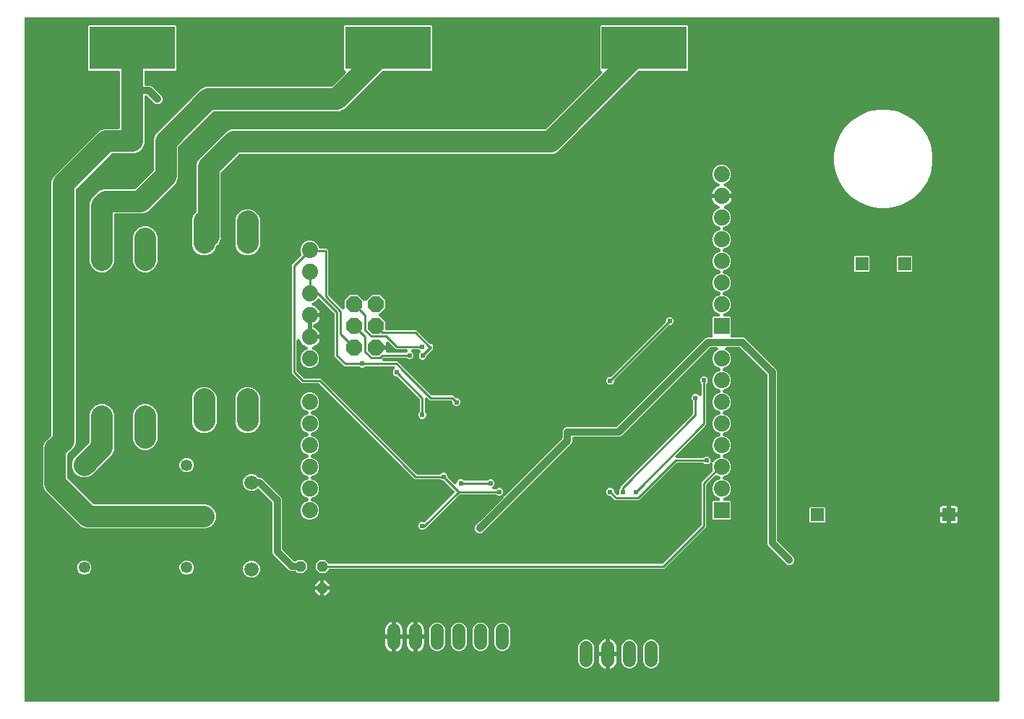
<source format=gbr>
G04 EAGLE Gerber X2 export*
%TF.Part,Single*%
%TF.FileFunction,Copper,L2,Bot,Mixed*%
%TF.FilePolarity,Positive*%
%TF.GenerationSoftware,Autodesk,EAGLE,9.0.1*%
%TF.CreationDate,2018-07-03T17:36:12Z*%
G75*
%MOMM*%
%FSLAX34Y34*%
%LPD*%
%AMOC8*
5,1,8,0,0,1.08239X$1,22.5*%
G01*
%ADD10P,1.319650X8X112.500000*%
%ADD11C,1.676400*%
%ADD12C,1.350000*%
%ADD13R,10.000000X5.000000*%
%ADD14C,2.540000*%
%ADD15C,1.524000*%
%ADD16R,1.524000X1.524000*%
%ADD17C,1.879600*%
%ADD18R,1.879600X1.879600*%
%ADD19P,2.034460X8X292.500000*%
%ADD20C,4.016000*%
%ADD21C,0.604000*%
%ADD22C,0.812800*%
%ADD23C,0.254000*%

G36*
X1144516Y3483D02*
X1144516Y3483D01*
X1144534Y3481D01*
X1144716Y3502D01*
X1144899Y3521D01*
X1144916Y3526D01*
X1144933Y3528D01*
X1145108Y3585D01*
X1145284Y3639D01*
X1145299Y3647D01*
X1145316Y3653D01*
X1145476Y3743D01*
X1145638Y3831D01*
X1145651Y3842D01*
X1145667Y3851D01*
X1145806Y3971D01*
X1145947Y4088D01*
X1145958Y4102D01*
X1145972Y4114D01*
X1146084Y4259D01*
X1146199Y4402D01*
X1146207Y4418D01*
X1146218Y4432D01*
X1146300Y4597D01*
X1146385Y4759D01*
X1146390Y4776D01*
X1146398Y4792D01*
X1146445Y4971D01*
X1146496Y5146D01*
X1146498Y5164D01*
X1146502Y5181D01*
X1146529Y5512D01*
X1146529Y803828D01*
X1146527Y803846D01*
X1146529Y803864D01*
X1146508Y804046D01*
X1146489Y804229D01*
X1146484Y804246D01*
X1146482Y804263D01*
X1146425Y804438D01*
X1146371Y804614D01*
X1146363Y804629D01*
X1146357Y804646D01*
X1146267Y804806D01*
X1146179Y804968D01*
X1146168Y804981D01*
X1146159Y804997D01*
X1146039Y805136D01*
X1145922Y805277D01*
X1145908Y805288D01*
X1145896Y805302D01*
X1145751Y805414D01*
X1145608Y805529D01*
X1145592Y805537D01*
X1145578Y805548D01*
X1145413Y805630D01*
X1145251Y805715D01*
X1145234Y805720D01*
X1145218Y805728D01*
X1145039Y805775D01*
X1144864Y805826D01*
X1144846Y805828D01*
X1144829Y805832D01*
X1144498Y805859D01*
X6182Y805859D01*
X6164Y805857D01*
X6146Y805859D01*
X5964Y805838D01*
X5781Y805819D01*
X5764Y805814D01*
X5747Y805812D01*
X5572Y805755D01*
X5396Y805701D01*
X5381Y805693D01*
X5364Y805687D01*
X5204Y805597D01*
X5042Y805509D01*
X5029Y805498D01*
X5013Y805489D01*
X4874Y805369D01*
X4733Y805252D01*
X4722Y805238D01*
X4708Y805226D01*
X4596Y805081D01*
X4481Y804938D01*
X4473Y804922D01*
X4462Y804908D01*
X4380Y804743D01*
X4295Y804581D01*
X4290Y804564D01*
X4282Y804548D01*
X4235Y804369D01*
X4184Y804194D01*
X4182Y804176D01*
X4178Y804159D01*
X4151Y803828D01*
X4151Y5512D01*
X4153Y5494D01*
X4151Y5476D01*
X4172Y5294D01*
X4191Y5111D01*
X4196Y5094D01*
X4198Y5077D01*
X4255Y4902D01*
X4309Y4726D01*
X4317Y4711D01*
X4323Y4694D01*
X4413Y4534D01*
X4501Y4372D01*
X4512Y4359D01*
X4521Y4343D01*
X4641Y4204D01*
X4758Y4063D01*
X4772Y4052D01*
X4784Y4038D01*
X4929Y3926D01*
X5072Y3811D01*
X5088Y3803D01*
X5102Y3792D01*
X5267Y3710D01*
X5429Y3625D01*
X5446Y3620D01*
X5462Y3612D01*
X5641Y3565D01*
X5816Y3514D01*
X5834Y3512D01*
X5851Y3508D01*
X6182Y3481D01*
X1144498Y3481D01*
X1144516Y3483D01*
G37*
%LPC*%
G36*
X76310Y206645D02*
X76310Y206645D01*
X71082Y208811D01*
X28281Y251612D01*
X26115Y256840D01*
X26115Y302500D01*
X28281Y307728D01*
X32568Y312015D01*
X35520Y314967D01*
X35537Y314988D01*
X35558Y315005D01*
X35665Y315143D01*
X35775Y315279D01*
X35788Y315302D01*
X35804Y315323D01*
X35882Y315480D01*
X35964Y315634D01*
X35972Y315660D01*
X35984Y315684D01*
X36029Y315853D01*
X36079Y316020D01*
X36081Y316047D01*
X36088Y316073D01*
X36115Y316403D01*
X36115Y613300D01*
X38281Y618528D01*
X92282Y672529D01*
X97510Y674695D01*
X114084Y674695D01*
X114102Y674697D01*
X114120Y674695D01*
X114302Y674716D01*
X114485Y674735D01*
X114502Y674740D01*
X114519Y674742D01*
X114694Y674799D01*
X114870Y674853D01*
X114885Y674861D01*
X114902Y674867D01*
X115062Y674957D01*
X115224Y675045D01*
X115237Y675056D01*
X115253Y675065D01*
X115392Y675185D01*
X115533Y675302D01*
X115544Y675316D01*
X115558Y675328D01*
X115670Y675473D01*
X115785Y675616D01*
X115793Y675632D01*
X115804Y675646D01*
X115886Y675811D01*
X115971Y675973D01*
X115976Y675990D01*
X115984Y676006D01*
X116031Y676185D01*
X116082Y676360D01*
X116084Y676378D01*
X116088Y676395D01*
X116115Y676726D01*
X116115Y741114D01*
X116113Y741132D01*
X116115Y741150D01*
X116094Y741332D01*
X116075Y741515D01*
X116070Y741532D01*
X116068Y741549D01*
X116011Y741724D01*
X115957Y741900D01*
X115949Y741915D01*
X115943Y741932D01*
X115853Y742092D01*
X115765Y742254D01*
X115754Y742267D01*
X115745Y742283D01*
X115625Y742422D01*
X115508Y742563D01*
X115494Y742574D01*
X115482Y742588D01*
X115337Y742700D01*
X115194Y742815D01*
X115178Y742823D01*
X115164Y742834D01*
X114999Y742916D01*
X114837Y743001D01*
X114820Y743006D01*
X114804Y743014D01*
X114625Y743061D01*
X114450Y743112D01*
X114432Y743114D01*
X114415Y743118D01*
X114084Y743145D01*
X79708Y743145D01*
X78815Y744038D01*
X78815Y795302D01*
X79708Y796195D01*
X180972Y796195D01*
X181865Y795302D01*
X181865Y744038D01*
X180972Y743145D01*
X146596Y743145D01*
X146578Y743143D01*
X146560Y743145D01*
X146378Y743124D01*
X146195Y743105D01*
X146178Y743100D01*
X146161Y743098D01*
X145986Y743041D01*
X145810Y742987D01*
X145795Y742979D01*
X145778Y742973D01*
X145618Y742883D01*
X145456Y742795D01*
X145443Y742784D01*
X145427Y742775D01*
X145288Y742655D01*
X145147Y742538D01*
X145136Y742524D01*
X145122Y742512D01*
X145010Y742367D01*
X144895Y742224D01*
X144887Y742208D01*
X144876Y742194D01*
X144794Y742029D01*
X144709Y741867D01*
X144704Y741850D01*
X144696Y741834D01*
X144649Y741655D01*
X144598Y741480D01*
X144596Y741462D01*
X144592Y741445D01*
X144565Y741114D01*
X144565Y727290D01*
X144567Y727272D01*
X144565Y727254D01*
X144586Y727072D01*
X144605Y726889D01*
X144610Y726872D01*
X144612Y726855D01*
X144669Y726680D01*
X144723Y726504D01*
X144731Y726489D01*
X144737Y726472D01*
X144827Y726312D01*
X144915Y726150D01*
X144926Y726137D01*
X144935Y726121D01*
X145056Y725981D01*
X145172Y725841D01*
X145186Y725830D01*
X145198Y725816D01*
X145343Y725704D01*
X145486Y725589D01*
X145502Y725581D01*
X145516Y725570D01*
X145681Y725488D01*
X145843Y725403D01*
X145860Y725398D01*
X145876Y725390D01*
X146055Y725343D01*
X146230Y725292D01*
X146248Y725290D01*
X146265Y725286D01*
X146596Y725259D01*
X151452Y725259D01*
X153506Y724408D01*
X165078Y712836D01*
X165929Y710782D01*
X165929Y708558D01*
X165078Y706504D01*
X163506Y704932D01*
X161452Y704081D01*
X159228Y704081D01*
X157174Y704932D01*
X148620Y713486D01*
X148599Y713503D01*
X148582Y713524D01*
X148444Y713631D01*
X148308Y713741D01*
X148285Y713754D01*
X148264Y713770D01*
X148107Y713848D01*
X147953Y713930D01*
X147927Y713938D01*
X147903Y713950D01*
X147734Y713995D01*
X147567Y714045D01*
X147540Y714047D01*
X147514Y714054D01*
X147184Y714081D01*
X146596Y714081D01*
X146578Y714079D01*
X146560Y714081D01*
X146378Y714060D01*
X146195Y714041D01*
X146178Y714036D01*
X146161Y714034D01*
X145986Y713977D01*
X145810Y713923D01*
X145795Y713915D01*
X145778Y713909D01*
X145618Y713819D01*
X145456Y713731D01*
X145443Y713720D01*
X145427Y713711D01*
X145288Y713591D01*
X145147Y713474D01*
X145136Y713460D01*
X145122Y713448D01*
X145010Y713303D01*
X144895Y713160D01*
X144887Y713144D01*
X144876Y713130D01*
X144794Y712965D01*
X144709Y712803D01*
X144704Y712786D01*
X144696Y712770D01*
X144649Y712591D01*
X144598Y712416D01*
X144596Y712398D01*
X144592Y712381D01*
X144565Y712050D01*
X144565Y657640D01*
X142399Y652412D01*
X138398Y648411D01*
X135544Y647229D01*
X133170Y646245D01*
X107073Y646245D01*
X107047Y646243D01*
X107020Y646245D01*
X106846Y646223D01*
X106673Y646205D01*
X106647Y646198D01*
X106621Y646194D01*
X106455Y646139D01*
X106288Y646087D01*
X106264Y646074D01*
X106239Y646066D01*
X106087Y645979D01*
X105934Y645895D01*
X105913Y645878D01*
X105890Y645865D01*
X105637Y645650D01*
X65160Y605173D01*
X65143Y605152D01*
X65122Y605135D01*
X65015Y604997D01*
X64905Y604861D01*
X64892Y604838D01*
X64876Y604817D01*
X64798Y604660D01*
X64716Y604506D01*
X64708Y604480D01*
X64696Y604456D01*
X64651Y604287D01*
X64601Y604120D01*
X64599Y604093D01*
X64592Y604067D01*
X64565Y603737D01*
X64565Y306840D01*
X62399Y301612D01*
X58112Y297325D01*
X55160Y294373D01*
X55143Y294352D01*
X55122Y294335D01*
X55016Y294197D01*
X54905Y294061D01*
X54892Y294038D01*
X54876Y294017D01*
X54798Y293860D01*
X54716Y293706D01*
X54708Y293680D01*
X54696Y293656D01*
X54651Y293487D01*
X54601Y293320D01*
X54599Y293293D01*
X54592Y293267D01*
X54565Y292937D01*
X54565Y266403D01*
X54567Y266377D01*
X54565Y266350D01*
X54587Y266176D01*
X54605Y266003D01*
X54612Y265977D01*
X54616Y265951D01*
X54671Y265785D01*
X54723Y265618D01*
X54736Y265594D01*
X54744Y265569D01*
X54831Y265417D01*
X54915Y265264D01*
X54932Y265243D01*
X54945Y265220D01*
X55160Y264967D01*
X84437Y235690D01*
X84458Y235673D01*
X84475Y235652D01*
X84613Y235545D01*
X84749Y235435D01*
X84772Y235422D01*
X84793Y235406D01*
X84950Y235328D01*
X85104Y235246D01*
X85130Y235238D01*
X85154Y235226D01*
X85323Y235181D01*
X85490Y235131D01*
X85517Y235129D01*
X85543Y235122D01*
X85873Y235095D01*
X217070Y235095D01*
X222298Y232929D01*
X226299Y228928D01*
X228465Y223700D01*
X228465Y218040D01*
X226299Y212812D01*
X222298Y208811D01*
X221496Y208479D01*
X217070Y206645D01*
X76310Y206645D01*
G37*
%LPD*%
%LPC*%
G36*
X212110Y526885D02*
X212110Y526885D01*
X206882Y529051D01*
X202881Y533052D01*
X200715Y538280D01*
X200715Y553712D01*
X200714Y553723D01*
X200715Y553737D01*
X200681Y556572D01*
X200682Y556574D01*
X200683Y556593D01*
X200688Y556612D01*
X200715Y556942D01*
X200715Y569340D01*
X202881Y574568D01*
X205180Y576867D01*
X205197Y576888D01*
X205218Y576905D01*
X205325Y577043D01*
X205435Y577179D01*
X205448Y577202D01*
X205464Y577223D01*
X205542Y577380D01*
X205624Y577534D01*
X205632Y577560D01*
X205644Y577584D01*
X205689Y577753D01*
X205739Y577920D01*
X205741Y577947D01*
X205748Y577973D01*
X205775Y578303D01*
X205775Y632830D01*
X207941Y638058D01*
X241612Y671729D01*
X246840Y673895D01*
X613607Y673895D01*
X613633Y673897D01*
X613660Y673895D01*
X613834Y673917D01*
X614007Y673935D01*
X614033Y673942D01*
X614059Y673946D01*
X614225Y674001D01*
X614392Y674053D01*
X614416Y674066D01*
X614441Y674074D01*
X614593Y674161D01*
X614746Y674245D01*
X614767Y674262D01*
X614790Y674275D01*
X615043Y674490D01*
X680267Y739714D01*
X680278Y739728D01*
X680292Y739739D01*
X680406Y739884D01*
X680522Y740025D01*
X680531Y740041D01*
X680542Y740055D01*
X680625Y740219D01*
X680711Y740381D01*
X680716Y740398D01*
X680724Y740414D01*
X680773Y740591D01*
X680826Y740767D01*
X680827Y740785D01*
X680832Y740802D01*
X680845Y740985D01*
X680862Y741168D01*
X680860Y741186D01*
X680861Y741204D01*
X680838Y741386D01*
X680819Y741568D01*
X680813Y741585D01*
X680811Y741603D01*
X680753Y741777D01*
X680697Y741952D01*
X680688Y741968D01*
X680683Y741985D01*
X680591Y742144D01*
X680502Y742304D01*
X680491Y742318D01*
X680482Y742334D01*
X680267Y742587D01*
X678815Y744038D01*
X678815Y795302D01*
X679708Y796195D01*
X780972Y796195D01*
X781865Y795302D01*
X781865Y744038D01*
X780972Y743145D01*
X724773Y743145D01*
X724747Y743143D01*
X724720Y743145D01*
X724546Y743123D01*
X724373Y743105D01*
X724347Y743098D01*
X724321Y743094D01*
X724155Y743039D01*
X723988Y742987D01*
X723964Y742974D01*
X723939Y742966D01*
X723787Y742879D01*
X723634Y742795D01*
X723613Y742778D01*
X723590Y742765D01*
X723337Y742550D01*
X628398Y647611D01*
X623170Y645445D01*
X256403Y645445D01*
X256377Y645443D01*
X256350Y645445D01*
X256176Y645423D01*
X256003Y645405D01*
X255977Y645398D01*
X255951Y645394D01*
X255785Y645339D01*
X255618Y645287D01*
X255594Y645274D01*
X255569Y645266D01*
X255417Y645179D01*
X255264Y645095D01*
X255243Y645078D01*
X255220Y645065D01*
X254967Y644850D01*
X234820Y624703D01*
X234803Y624682D01*
X234782Y624665D01*
X234675Y624527D01*
X234565Y624391D01*
X234552Y624368D01*
X234536Y624347D01*
X234458Y624190D01*
X234376Y624036D01*
X234368Y624010D01*
X234356Y623986D01*
X234311Y623817D01*
X234261Y623650D01*
X234259Y623623D01*
X234252Y623597D01*
X234225Y623267D01*
X234225Y548967D01*
X234226Y548956D01*
X234225Y548943D01*
X234259Y546123D01*
X233179Y543516D01*
X233176Y543506D01*
X233170Y543494D01*
X232122Y540875D01*
X230127Y538880D01*
X230120Y538871D01*
X230110Y538862D01*
X229161Y537891D01*
X229149Y537876D01*
X229134Y537863D01*
X229023Y537719D01*
X228909Y537576D01*
X228901Y537559D01*
X228889Y537544D01*
X228737Y537249D01*
X226999Y533052D01*
X222998Y529051D01*
X217770Y526885D01*
X212110Y526885D01*
G37*
%LPD*%
%LPC*%
G36*
X349883Y154749D02*
X349883Y154749D01*
X345419Y159213D01*
X345419Y165527D01*
X349883Y169991D01*
X356197Y169991D01*
X360428Y165760D01*
X360448Y165743D01*
X360466Y165722D01*
X360604Y165615D01*
X360739Y165505D01*
X360763Y165492D01*
X360784Y165476D01*
X360941Y165398D01*
X361095Y165316D01*
X361120Y165308D01*
X361144Y165296D01*
X361314Y165251D01*
X361481Y165201D01*
X361507Y165199D01*
X361533Y165192D01*
X361864Y165165D01*
X751041Y165165D01*
X751068Y165167D01*
X751094Y165165D01*
X751268Y165187D01*
X751442Y165205D01*
X751467Y165212D01*
X751494Y165216D01*
X751659Y165271D01*
X751827Y165323D01*
X751850Y165336D01*
X751875Y165344D01*
X752027Y165431D01*
X752181Y165515D01*
X752201Y165532D01*
X752224Y165545D01*
X752477Y165760D01*
X796950Y210233D01*
X796967Y210253D01*
X796988Y210271D01*
X797095Y210409D01*
X797205Y210544D01*
X797218Y210568D01*
X797234Y210589D01*
X797312Y210746D01*
X797394Y210900D01*
X797402Y210925D01*
X797414Y210949D01*
X797459Y211119D01*
X797509Y211286D01*
X797511Y211312D01*
X797518Y211338D01*
X797545Y211669D01*
X797545Y260828D01*
X810036Y273318D01*
X810050Y273335D01*
X810067Y273350D01*
X810177Y273491D01*
X810291Y273629D01*
X810301Y273649D01*
X810315Y273667D01*
X810396Y273827D01*
X810479Y273985D01*
X810486Y274006D01*
X810496Y274026D01*
X810543Y274200D01*
X810594Y274371D01*
X810596Y274393D01*
X810602Y274415D01*
X810614Y274593D01*
X810630Y274772D01*
X810628Y274794D01*
X810630Y274816D01*
X810606Y274994D01*
X810587Y275172D01*
X810580Y275194D01*
X810577Y275216D01*
X810476Y275532D01*
X810117Y276397D01*
X810117Y280743D01*
X810365Y281341D01*
X810367Y281346D01*
X810369Y281350D01*
X810425Y281538D01*
X810482Y281727D01*
X810482Y281731D01*
X810483Y281736D01*
X810501Y281932D01*
X810520Y282128D01*
X810519Y282132D01*
X810520Y282137D01*
X810499Y282331D01*
X810478Y282528D01*
X810477Y282532D01*
X810476Y282537D01*
X810417Y282724D01*
X810358Y282913D01*
X810356Y282916D01*
X810355Y282921D01*
X810259Y283094D01*
X810165Y283266D01*
X810162Y283269D01*
X810160Y283273D01*
X810032Y283424D01*
X809906Y283574D01*
X809903Y283577D01*
X809900Y283580D01*
X809745Y283702D01*
X809591Y283825D01*
X809587Y283827D01*
X809584Y283830D01*
X809410Y283918D01*
X809233Y284009D01*
X809229Y284010D01*
X809225Y284012D01*
X809034Y284065D01*
X808846Y284118D01*
X808841Y284119D01*
X808837Y284120D01*
X808636Y284135D01*
X808444Y284150D01*
X808440Y284149D01*
X808435Y284149D01*
X808237Y284124D01*
X808045Y284101D01*
X808040Y284100D01*
X808036Y284099D01*
X807851Y284037D01*
X807662Y283974D01*
X807658Y283972D01*
X807654Y283971D01*
X807486Y283874D01*
X807313Y283775D01*
X807309Y283772D01*
X807305Y283770D01*
X807052Y283555D01*
X806114Y282617D01*
X804444Y281925D01*
X802636Y281925D01*
X800966Y282617D01*
X800502Y283080D01*
X800482Y283097D01*
X800464Y283118D01*
X800326Y283225D01*
X800191Y283335D01*
X800167Y283348D01*
X800146Y283364D01*
X799989Y283442D01*
X799835Y283524D01*
X799810Y283532D01*
X799786Y283544D01*
X799616Y283589D01*
X799449Y283639D01*
X799423Y283641D01*
X799397Y283648D01*
X799066Y283675D01*
X769157Y283675D01*
X769131Y283673D01*
X769104Y283675D01*
X768930Y283653D01*
X768757Y283635D01*
X768731Y283628D01*
X768705Y283624D01*
X768539Y283569D01*
X768372Y283517D01*
X768348Y283504D01*
X768323Y283496D01*
X768171Y283409D01*
X768018Y283325D01*
X767997Y283308D01*
X767974Y283295D01*
X767721Y283080D01*
X724432Y239791D01*
X696266Y239791D01*
X691527Y244530D01*
X691507Y244547D01*
X691489Y244568D01*
X691351Y244675D01*
X691216Y244785D01*
X691192Y244798D01*
X691171Y244814D01*
X691014Y244892D01*
X690860Y244974D01*
X690835Y244982D01*
X690811Y244994D01*
X690641Y245039D01*
X690474Y245089D01*
X690448Y245091D01*
X690422Y245098D01*
X690091Y245125D01*
X689436Y245125D01*
X687766Y245817D01*
X686487Y247096D01*
X685795Y248766D01*
X685795Y250574D01*
X686487Y252244D01*
X687766Y253523D01*
X689436Y254215D01*
X691244Y254215D01*
X692914Y253523D01*
X694193Y252244D01*
X694885Y250574D01*
X694885Y249919D01*
X694887Y249892D01*
X694885Y249866D01*
X694907Y249692D01*
X694925Y249518D01*
X694932Y249493D01*
X694936Y249466D01*
X694991Y249301D01*
X695043Y249133D01*
X695056Y249110D01*
X695064Y249085D01*
X695151Y248933D01*
X695235Y248779D01*
X695252Y248759D01*
X695265Y248736D01*
X695480Y248483D01*
X697534Y246429D01*
X697537Y246426D01*
X697540Y246422D01*
X697693Y246298D01*
X697845Y246174D01*
X697849Y246172D01*
X697853Y246169D01*
X698030Y246076D01*
X698201Y245985D01*
X698205Y245984D01*
X698209Y245982D01*
X698399Y245926D01*
X698587Y245870D01*
X698591Y245870D01*
X698595Y245869D01*
X698787Y245852D01*
X698988Y245834D01*
X698992Y245834D01*
X698997Y245834D01*
X699188Y245856D01*
X699388Y245877D01*
X699392Y245879D01*
X699397Y245879D01*
X699583Y245939D01*
X699772Y245999D01*
X699776Y246001D01*
X699780Y246002D01*
X699952Y246098D01*
X700124Y246194D01*
X700128Y246197D01*
X700131Y246199D01*
X700278Y246325D01*
X700431Y246454D01*
X700434Y246458D01*
X700437Y246461D01*
X700557Y246614D01*
X700681Y246770D01*
X700683Y246774D01*
X700685Y246778D01*
X700773Y246952D01*
X700863Y247129D01*
X700864Y247133D01*
X700866Y247137D01*
X700917Y247324D01*
X700971Y247517D01*
X700971Y247522D01*
X700973Y247526D01*
X700985Y247714D01*
X701000Y247918D01*
X701000Y247923D01*
X701000Y247927D01*
X700975Y248118D01*
X700950Y248318D01*
X700949Y248322D01*
X700948Y248327D01*
X700846Y248643D01*
X700795Y248766D01*
X700795Y250574D01*
X701487Y252244D01*
X701950Y252708D01*
X701967Y252728D01*
X701988Y252746D01*
X702095Y252884D01*
X702205Y253019D01*
X702218Y253043D01*
X702234Y253064D01*
X702312Y253221D01*
X702394Y253375D01*
X702402Y253400D01*
X702414Y253424D01*
X702459Y253594D01*
X702509Y253761D01*
X702511Y253787D01*
X702518Y253813D01*
X702545Y254144D01*
X702545Y255828D01*
X786950Y340233D01*
X786967Y340253D01*
X786988Y340271D01*
X787095Y340409D01*
X787205Y340544D01*
X787218Y340568D01*
X787234Y340589D01*
X787312Y340746D01*
X787394Y340900D01*
X787402Y340925D01*
X787414Y340949D01*
X787459Y341119D01*
X787509Y341286D01*
X787511Y341312D01*
X787518Y341338D01*
X787545Y341669D01*
X787545Y355196D01*
X787543Y355223D01*
X787545Y355249D01*
X787523Y355423D01*
X787505Y355597D01*
X787498Y355622D01*
X787494Y355649D01*
X787439Y355815D01*
X787387Y355982D01*
X787374Y356005D01*
X787366Y356031D01*
X787279Y356182D01*
X787195Y356336D01*
X787178Y356356D01*
X787165Y356379D01*
X786950Y356632D01*
X786487Y357096D01*
X785795Y358766D01*
X785795Y360574D01*
X786487Y362244D01*
X787766Y363523D01*
X789436Y364215D01*
X791244Y364215D01*
X792914Y363523D01*
X794078Y362360D01*
X794085Y362354D01*
X794090Y362347D01*
X794241Y362226D01*
X794389Y362104D01*
X794397Y362100D01*
X794404Y362095D01*
X794574Y362006D01*
X794745Y361916D01*
X794754Y361913D01*
X794761Y361909D01*
X794946Y361856D01*
X795131Y361801D01*
X795140Y361800D01*
X795148Y361798D01*
X795339Y361782D01*
X795532Y361765D01*
X795541Y361766D01*
X795550Y361765D01*
X795739Y361787D01*
X795932Y361808D01*
X795941Y361811D01*
X795949Y361812D01*
X796131Y361871D01*
X796316Y361930D01*
X796324Y361934D01*
X796332Y361937D01*
X796499Y362031D01*
X796668Y362124D01*
X796675Y362130D01*
X796683Y362135D01*
X796827Y362259D01*
X796975Y362385D01*
X796981Y362392D01*
X796988Y362398D01*
X797104Y362548D01*
X797225Y362701D01*
X797229Y362709D01*
X797234Y362716D01*
X797319Y362886D01*
X797407Y363060D01*
X797410Y363068D01*
X797414Y363076D01*
X797463Y363262D01*
X797515Y363448D01*
X797516Y363457D01*
X797518Y363465D01*
X797545Y363796D01*
X797545Y375696D01*
X797543Y375723D01*
X797545Y375749D01*
X797523Y375923D01*
X797505Y376097D01*
X797498Y376122D01*
X797494Y376149D01*
X797439Y376315D01*
X797387Y376482D01*
X797374Y376505D01*
X797366Y376531D01*
X797279Y376682D01*
X797195Y376836D01*
X797178Y376856D01*
X797165Y376879D01*
X796950Y377132D01*
X796487Y377596D01*
X795795Y379266D01*
X795795Y381074D01*
X796487Y382744D01*
X797766Y384023D01*
X799436Y384715D01*
X801244Y384715D01*
X802914Y384023D01*
X804193Y382744D01*
X804885Y381074D01*
X804885Y379266D01*
X804193Y377596D01*
X803730Y377132D01*
X803713Y377112D01*
X803692Y377094D01*
X803585Y376956D01*
X803475Y376821D01*
X803462Y376797D01*
X803446Y376776D01*
X803368Y376619D01*
X803286Y376465D01*
X803278Y376440D01*
X803266Y376416D01*
X803221Y376246D01*
X803171Y376079D01*
X803169Y376053D01*
X803162Y376027D01*
X803135Y375696D01*
X803135Y328512D01*
X800903Y326280D01*
X767355Y292732D01*
X767349Y292725D01*
X767342Y292720D01*
X767222Y292570D01*
X767100Y292421D01*
X767095Y292413D01*
X767090Y292406D01*
X767001Y292235D01*
X766911Y292065D01*
X766908Y292057D01*
X766904Y292049D01*
X766851Y291863D01*
X766796Y291679D01*
X766795Y291670D01*
X766793Y291662D01*
X766777Y291470D01*
X766760Y291278D01*
X766761Y291269D01*
X766760Y291260D01*
X766782Y291071D01*
X766803Y290878D01*
X766806Y290869D01*
X766807Y290861D01*
X766866Y290679D01*
X766925Y290494D01*
X766929Y290486D01*
X766932Y290478D01*
X767027Y290309D01*
X767119Y290142D01*
X767125Y290135D01*
X767130Y290127D01*
X767256Y289981D01*
X767380Y289835D01*
X767387Y289829D01*
X767393Y289822D01*
X767544Y289705D01*
X767696Y289585D01*
X767704Y289581D01*
X767711Y289576D01*
X767883Y289490D01*
X768055Y289403D01*
X768063Y289400D01*
X768071Y289396D01*
X768258Y289346D01*
X768443Y289295D01*
X768452Y289294D01*
X768460Y289292D01*
X768791Y289265D01*
X799066Y289265D01*
X799093Y289267D01*
X799119Y289265D01*
X799293Y289287D01*
X799467Y289305D01*
X799492Y289312D01*
X799519Y289316D01*
X799685Y289371D01*
X799852Y289423D01*
X799875Y289436D01*
X799901Y289444D01*
X800052Y289531D01*
X800206Y289615D01*
X800226Y289632D01*
X800249Y289645D01*
X800502Y289860D01*
X800966Y290323D01*
X802636Y291015D01*
X804444Y291015D01*
X806114Y290323D01*
X807393Y289044D01*
X808085Y287374D01*
X808085Y285966D01*
X808086Y285957D01*
X808085Y285948D01*
X808106Y285756D01*
X808125Y285565D01*
X808127Y285556D01*
X808128Y285548D01*
X808186Y285365D01*
X808243Y285180D01*
X808247Y285172D01*
X808250Y285164D01*
X808343Y284995D01*
X808435Y284826D01*
X808440Y284819D01*
X808445Y284811D01*
X808569Y284664D01*
X808692Y284517D01*
X808699Y284511D01*
X808705Y284504D01*
X808856Y284385D01*
X809006Y284265D01*
X809014Y284260D01*
X809021Y284255D01*
X809194Y284167D01*
X809363Y284079D01*
X809372Y284077D01*
X809380Y284072D01*
X809566Y284021D01*
X809750Y283968D01*
X809759Y283967D01*
X809768Y283964D01*
X809961Y283950D01*
X810152Y283935D01*
X810160Y283936D01*
X810169Y283935D01*
X810362Y283959D01*
X810551Y283982D01*
X810560Y283984D01*
X810569Y283986D01*
X810752Y284047D01*
X810934Y284106D01*
X810942Y284111D01*
X810950Y284114D01*
X811117Y284210D01*
X811285Y284304D01*
X811292Y284310D01*
X811299Y284315D01*
X811552Y284529D01*
X814853Y287830D01*
X818627Y289393D01*
X818635Y289398D01*
X818644Y289400D01*
X818812Y289492D01*
X818982Y289584D01*
X818989Y289589D01*
X818997Y289594D01*
X819143Y289717D01*
X819293Y289840D01*
X819298Y289847D01*
X819305Y289853D01*
X819425Y290003D01*
X819546Y290153D01*
X819551Y290161D01*
X819556Y290167D01*
X819644Y290339D01*
X819733Y290509D01*
X819736Y290518D01*
X819740Y290526D01*
X819793Y290711D01*
X819847Y290896D01*
X819847Y290904D01*
X819850Y290913D01*
X819865Y291104D01*
X819881Y291297D01*
X819880Y291306D01*
X819881Y291314D01*
X819857Y291507D01*
X819836Y291697D01*
X819833Y291705D01*
X819832Y291714D01*
X819771Y291899D01*
X819713Y292080D01*
X819709Y292088D01*
X819706Y292096D01*
X819610Y292264D01*
X819516Y292432D01*
X819511Y292438D01*
X819506Y292446D01*
X819380Y292591D01*
X819255Y292737D01*
X819248Y292743D01*
X819242Y292750D01*
X819089Y292867D01*
X818938Y292986D01*
X818930Y292990D01*
X818923Y292995D01*
X818627Y293147D01*
X814853Y294710D01*
X811780Y297783D01*
X810117Y301797D01*
X810117Y306143D01*
X811780Y310157D01*
X814853Y313230D01*
X818627Y314793D01*
X818635Y314798D01*
X818644Y314800D01*
X818812Y314892D01*
X818982Y314984D01*
X818989Y314989D01*
X818997Y314994D01*
X819143Y315117D01*
X819293Y315240D01*
X819298Y315247D01*
X819305Y315253D01*
X819425Y315403D01*
X819546Y315553D01*
X819551Y315561D01*
X819556Y315567D01*
X819644Y315739D01*
X819733Y315909D01*
X819736Y315918D01*
X819740Y315926D01*
X819793Y316111D01*
X819847Y316296D01*
X819847Y316304D01*
X819850Y316313D01*
X819865Y316504D01*
X819881Y316697D01*
X819880Y316706D01*
X819881Y316714D01*
X819857Y316907D01*
X819836Y317097D01*
X819833Y317105D01*
X819832Y317114D01*
X819771Y317299D01*
X819713Y317480D01*
X819709Y317488D01*
X819706Y317496D01*
X819610Y317664D01*
X819516Y317832D01*
X819511Y317838D01*
X819506Y317846D01*
X819380Y317991D01*
X819255Y318137D01*
X819248Y318143D01*
X819242Y318150D01*
X819089Y318267D01*
X818938Y318386D01*
X818930Y318390D01*
X818923Y318395D01*
X818627Y318547D01*
X814853Y320110D01*
X811780Y323183D01*
X810117Y327197D01*
X810117Y331543D01*
X811780Y335557D01*
X814853Y338630D01*
X818627Y340193D01*
X818635Y340198D01*
X818644Y340200D01*
X818812Y340292D01*
X818982Y340384D01*
X818989Y340389D01*
X818997Y340394D01*
X819143Y340517D01*
X819293Y340640D01*
X819298Y340647D01*
X819305Y340653D01*
X819425Y340803D01*
X819546Y340953D01*
X819551Y340961D01*
X819556Y340967D01*
X819644Y341139D01*
X819733Y341309D01*
X819736Y341318D01*
X819740Y341326D01*
X819793Y341511D01*
X819847Y341696D01*
X819847Y341704D01*
X819850Y341713D01*
X819865Y341904D01*
X819881Y342097D01*
X819880Y342106D01*
X819881Y342114D01*
X819857Y342307D01*
X819836Y342497D01*
X819833Y342505D01*
X819832Y342514D01*
X819771Y342699D01*
X819713Y342880D01*
X819709Y342888D01*
X819706Y342896D01*
X819610Y343064D01*
X819516Y343232D01*
X819511Y343238D01*
X819506Y343246D01*
X819380Y343391D01*
X819255Y343537D01*
X819248Y343543D01*
X819242Y343550D01*
X819089Y343667D01*
X818938Y343786D01*
X818930Y343790D01*
X818923Y343795D01*
X818627Y343947D01*
X814853Y345510D01*
X811780Y348583D01*
X810117Y352597D01*
X810117Y356943D01*
X811780Y360957D01*
X814853Y364030D01*
X818627Y365593D01*
X818635Y365598D01*
X818644Y365600D01*
X818812Y365692D01*
X818982Y365784D01*
X818989Y365789D01*
X818997Y365794D01*
X819143Y365917D01*
X819293Y366040D01*
X819298Y366047D01*
X819305Y366053D01*
X819424Y366202D01*
X819546Y366353D01*
X819551Y366361D01*
X819556Y366367D01*
X819644Y366539D01*
X819733Y366709D01*
X819736Y366718D01*
X819740Y366726D01*
X819793Y366911D01*
X819847Y367096D01*
X819847Y367104D01*
X819850Y367113D01*
X819865Y367304D01*
X819881Y367497D01*
X819880Y367506D01*
X819881Y367514D01*
X819857Y367707D01*
X819836Y367897D01*
X819833Y367905D01*
X819832Y367914D01*
X819771Y368099D01*
X819713Y368280D01*
X819709Y368288D01*
X819706Y368296D01*
X819610Y368464D01*
X819516Y368632D01*
X819511Y368638D01*
X819506Y368646D01*
X819380Y368791D01*
X819255Y368937D01*
X819248Y368943D01*
X819242Y368950D01*
X819089Y369067D01*
X818938Y369186D01*
X818930Y369190D01*
X818923Y369195D01*
X818627Y369347D01*
X814853Y370910D01*
X811780Y373983D01*
X810117Y377997D01*
X810117Y382343D01*
X811780Y386357D01*
X814853Y389430D01*
X818627Y390993D01*
X818635Y390998D01*
X818644Y391000D01*
X818812Y391092D01*
X818982Y391184D01*
X818989Y391189D01*
X818997Y391194D01*
X819143Y391317D01*
X819293Y391440D01*
X819298Y391447D01*
X819305Y391453D01*
X819425Y391603D01*
X819546Y391753D01*
X819551Y391761D01*
X819556Y391767D01*
X819644Y391939D01*
X819733Y392109D01*
X819736Y392118D01*
X819740Y392126D01*
X819793Y392311D01*
X819847Y392496D01*
X819847Y392504D01*
X819850Y392513D01*
X819865Y392704D01*
X819881Y392897D01*
X819880Y392906D01*
X819881Y392914D01*
X819857Y393107D01*
X819836Y393297D01*
X819833Y393305D01*
X819832Y393314D01*
X819771Y393499D01*
X819713Y393680D01*
X819709Y393688D01*
X819706Y393696D01*
X819610Y393864D01*
X819516Y394032D01*
X819511Y394038D01*
X819506Y394046D01*
X819380Y394191D01*
X819255Y394337D01*
X819248Y394343D01*
X819242Y394350D01*
X819089Y394467D01*
X818938Y394586D01*
X818930Y394590D01*
X818923Y394595D01*
X818627Y394747D01*
X814853Y396310D01*
X811780Y399383D01*
X810117Y403397D01*
X810117Y407743D01*
X811780Y411757D01*
X814853Y414830D01*
X815682Y415173D01*
X815686Y415175D01*
X815690Y415177D01*
X815863Y415270D01*
X816037Y415364D01*
X816041Y415366D01*
X816044Y415369D01*
X816193Y415493D01*
X816347Y415620D01*
X816350Y415623D01*
X816354Y415626D01*
X816476Y415779D01*
X816601Y415933D01*
X816603Y415937D01*
X816606Y415940D01*
X816695Y416111D01*
X816788Y416289D01*
X816789Y416293D01*
X816791Y416297D01*
X816846Y416486D01*
X816901Y416676D01*
X816902Y416680D01*
X816903Y416684D01*
X816919Y416882D01*
X816936Y417077D01*
X816935Y417081D01*
X816936Y417086D01*
X816913Y417280D01*
X816891Y417477D01*
X816889Y417481D01*
X816889Y417485D01*
X816829Y417669D01*
X816768Y417860D01*
X816765Y417864D01*
X816764Y417868D01*
X816667Y418041D01*
X816571Y418212D01*
X816568Y418215D01*
X816566Y418219D01*
X816438Y418368D01*
X816309Y418517D01*
X816306Y418520D01*
X816303Y418524D01*
X816149Y418643D01*
X815992Y418766D01*
X815988Y418768D01*
X815985Y418770D01*
X815807Y418859D01*
X815633Y418946D01*
X815628Y418948D01*
X815624Y418950D01*
X815432Y419001D01*
X815244Y419053D01*
X815240Y419053D01*
X815236Y419054D01*
X814905Y419081D01*
X808496Y419081D01*
X808470Y419079D01*
X808443Y419081D01*
X808269Y419059D01*
X808096Y419041D01*
X808070Y419034D01*
X808044Y419030D01*
X807878Y418975D01*
X807711Y418923D01*
X807687Y418910D01*
X807662Y418902D01*
X807510Y418815D01*
X807357Y418731D01*
X807336Y418714D01*
X807313Y418701D01*
X807060Y418486D01*
X705364Y316790D01*
X705363Y316790D01*
X703506Y314932D01*
X701452Y314081D01*
X647960Y314081D01*
X647942Y314079D01*
X647924Y314081D01*
X647742Y314060D01*
X647559Y314041D01*
X647542Y314036D01*
X647525Y314034D01*
X647350Y313977D01*
X647174Y313923D01*
X647159Y313915D01*
X647142Y313909D01*
X646982Y313819D01*
X646820Y313731D01*
X646807Y313720D01*
X646791Y313711D01*
X646652Y313591D01*
X646511Y313474D01*
X646500Y313460D01*
X646486Y313448D01*
X646374Y313303D01*
X646259Y313160D01*
X646251Y313144D01*
X646240Y313130D01*
X646157Y312964D01*
X646073Y312803D01*
X646068Y312786D01*
X646060Y312770D01*
X646013Y312591D01*
X645962Y312416D01*
X645960Y312398D01*
X645956Y312381D01*
X645929Y312050D01*
X645929Y308558D01*
X645078Y306504D01*
X643220Y304647D01*
X643220Y304646D01*
X545364Y206790D01*
X545363Y206790D01*
X540806Y202232D01*
X538752Y201381D01*
X536528Y201381D01*
X534474Y202232D01*
X532902Y203804D01*
X532051Y205858D01*
X532051Y208082D01*
X532902Y210136D01*
X537460Y214693D01*
X537460Y214694D01*
X565371Y242605D01*
X565374Y242608D01*
X565378Y242611D01*
X565501Y242763D01*
X565626Y242917D01*
X565629Y242921D01*
X565631Y242924D01*
X565724Y243100D01*
X565815Y243272D01*
X565816Y243276D01*
X565818Y243280D01*
X565875Y243473D01*
X565930Y243658D01*
X565930Y243663D01*
X565931Y243667D01*
X565948Y243855D01*
X565965Y244048D01*
X566013Y244044D01*
X566017Y244045D01*
X566022Y244044D01*
X566219Y244069D01*
X566413Y244093D01*
X566417Y244094D01*
X566421Y244095D01*
X566605Y244157D01*
X566795Y244219D01*
X566799Y244222D01*
X566803Y244223D01*
X566974Y244321D01*
X567145Y244419D01*
X567148Y244422D01*
X567152Y244424D01*
X567405Y244639D01*
X634156Y311390D01*
X634173Y311411D01*
X634194Y311428D01*
X634301Y311566D01*
X634411Y311701D01*
X634424Y311725D01*
X634440Y311746D01*
X634518Y311903D01*
X634600Y312057D01*
X634608Y312083D01*
X634620Y312107D01*
X634665Y312276D01*
X634715Y312443D01*
X634717Y312470D01*
X634724Y312496D01*
X634751Y312826D01*
X634751Y320782D01*
X635602Y322836D01*
X637174Y324408D01*
X639228Y325259D01*
X697184Y325259D01*
X697210Y325261D01*
X697237Y325259D01*
X697411Y325281D01*
X697584Y325299D01*
X697610Y325306D01*
X697636Y325310D01*
X697802Y325365D01*
X697969Y325417D01*
X697993Y325430D01*
X698018Y325438D01*
X698170Y325525D01*
X698323Y325609D01*
X698344Y325626D01*
X698367Y325639D01*
X698620Y325854D01*
X802174Y429408D01*
X804089Y430201D01*
X804090Y430201D01*
X804228Y430259D01*
X808595Y430259D01*
X808604Y430260D01*
X808613Y430259D01*
X808803Y430279D01*
X808996Y430299D01*
X809004Y430301D01*
X809013Y430302D01*
X809196Y430360D01*
X809381Y430417D01*
X809389Y430421D01*
X809397Y430424D01*
X809566Y430517D01*
X809735Y430609D01*
X809742Y430614D01*
X809749Y430619D01*
X809897Y430744D01*
X810044Y430866D01*
X810049Y430873D01*
X810056Y430879D01*
X810176Y431030D01*
X810296Y431180D01*
X810300Y431188D01*
X810306Y431195D01*
X810394Y431368D01*
X810482Y431537D01*
X810484Y431546D01*
X810488Y431554D01*
X810540Y431740D01*
X810593Y431924D01*
X810594Y431933D01*
X810596Y431942D01*
X810610Y432134D01*
X810626Y432326D01*
X810625Y432334D01*
X810626Y432343D01*
X810601Y432535D01*
X810579Y432725D01*
X810576Y432734D01*
X810575Y432743D01*
X810514Y432925D01*
X810454Y433108D01*
X810450Y433116D01*
X810447Y433124D01*
X810351Y433292D01*
X810256Y433459D01*
X810251Y433466D01*
X810246Y433473D01*
X810117Y433625D01*
X810117Y453700D01*
X811010Y454593D01*
X817237Y454593D01*
X817241Y454593D01*
X817246Y454593D01*
X817440Y454613D01*
X817638Y454633D01*
X817642Y454634D01*
X817646Y454634D01*
X817832Y454692D01*
X818022Y454751D01*
X818026Y454753D01*
X818031Y454754D01*
X818202Y454848D01*
X818377Y454943D01*
X818380Y454945D01*
X818384Y454948D01*
X818535Y455075D01*
X818686Y455200D01*
X818689Y455204D01*
X818692Y455207D01*
X818815Y455361D01*
X818938Y455514D01*
X818940Y455518D01*
X818943Y455521D01*
X819033Y455697D01*
X819124Y455871D01*
X819125Y455876D01*
X819127Y455880D01*
X819180Y456068D01*
X819235Y456258D01*
X819235Y456263D01*
X819237Y456267D01*
X819252Y456460D01*
X819268Y456660D01*
X819267Y456664D01*
X819268Y456668D01*
X819244Y456861D01*
X819221Y457059D01*
X819220Y457064D01*
X819219Y457068D01*
X819157Y457254D01*
X819096Y457442D01*
X819094Y457446D01*
X819093Y457450D01*
X818995Y457622D01*
X818898Y457793D01*
X818895Y457796D01*
X818893Y457800D01*
X818763Y457949D01*
X818635Y458097D01*
X818632Y458100D01*
X818629Y458104D01*
X818472Y458224D01*
X818317Y458344D01*
X818313Y458346D01*
X818309Y458349D01*
X818014Y458501D01*
X814853Y459810D01*
X811780Y462883D01*
X810117Y466897D01*
X810117Y471243D01*
X811780Y475257D01*
X814853Y478330D01*
X816353Y478951D01*
X818627Y479893D01*
X818635Y479898D01*
X818644Y479900D01*
X818812Y479992D01*
X818982Y480084D01*
X818989Y480089D01*
X818997Y480094D01*
X819143Y480217D01*
X819293Y480340D01*
X819298Y480347D01*
X819305Y480353D01*
X819425Y480503D01*
X819546Y480653D01*
X819551Y480661D01*
X819556Y480667D01*
X819644Y480839D01*
X819733Y481009D01*
X819736Y481018D01*
X819740Y481026D01*
X819793Y481211D01*
X819847Y481396D01*
X819847Y481404D01*
X819850Y481413D01*
X819865Y481604D01*
X819881Y481797D01*
X819880Y481806D01*
X819881Y481814D01*
X819857Y482007D01*
X819836Y482197D01*
X819833Y482205D01*
X819832Y482214D01*
X819771Y482399D01*
X819713Y482580D01*
X819709Y482588D01*
X819706Y482596D01*
X819610Y482764D01*
X819516Y482932D01*
X819511Y482938D01*
X819506Y482946D01*
X819380Y483091D01*
X819255Y483237D01*
X819248Y483243D01*
X819242Y483250D01*
X819089Y483367D01*
X818938Y483486D01*
X818930Y483490D01*
X818923Y483495D01*
X818627Y483647D01*
X814853Y485210D01*
X811780Y488283D01*
X810117Y492297D01*
X810117Y496643D01*
X811780Y500657D01*
X814853Y503730D01*
X818627Y505293D01*
X818635Y505298D01*
X818644Y505300D01*
X818812Y505392D01*
X818982Y505484D01*
X818989Y505489D01*
X818997Y505494D01*
X819143Y505617D01*
X819293Y505740D01*
X819298Y505747D01*
X819305Y505753D01*
X819425Y505903D01*
X819546Y506053D01*
X819551Y506061D01*
X819556Y506067D01*
X819644Y506239D01*
X819733Y506409D01*
X819736Y506418D01*
X819740Y506426D01*
X819793Y506611D01*
X819847Y506796D01*
X819847Y506804D01*
X819850Y506813D01*
X819865Y507004D01*
X819881Y507197D01*
X819880Y507206D01*
X819881Y507214D01*
X819857Y507407D01*
X819836Y507597D01*
X819833Y507605D01*
X819832Y507614D01*
X819771Y507799D01*
X819713Y507980D01*
X819709Y507988D01*
X819706Y507996D01*
X819610Y508163D01*
X819516Y508332D01*
X819511Y508338D01*
X819506Y508346D01*
X819381Y508490D01*
X819255Y508637D01*
X819248Y508643D01*
X819242Y508650D01*
X819089Y508767D01*
X818938Y508886D01*
X818930Y508890D01*
X818923Y508895D01*
X818627Y509047D01*
X814853Y510610D01*
X811780Y513683D01*
X810117Y517697D01*
X810117Y522043D01*
X811780Y526057D01*
X814853Y529130D01*
X818627Y530693D01*
X818635Y530698D01*
X818644Y530700D01*
X818812Y530792D01*
X818982Y530884D01*
X818989Y530889D01*
X818997Y530894D01*
X819143Y531017D01*
X819293Y531140D01*
X819298Y531147D01*
X819305Y531153D01*
X819425Y531303D01*
X819546Y531453D01*
X819551Y531461D01*
X819556Y531467D01*
X819644Y531639D01*
X819733Y531809D01*
X819736Y531818D01*
X819740Y531826D01*
X819793Y532011D01*
X819847Y532196D01*
X819847Y532204D01*
X819850Y532213D01*
X819865Y532404D01*
X819881Y532597D01*
X819880Y532606D01*
X819881Y532614D01*
X819857Y532807D01*
X819836Y532997D01*
X819833Y533005D01*
X819832Y533014D01*
X819771Y533199D01*
X819713Y533380D01*
X819709Y533388D01*
X819706Y533396D01*
X819610Y533564D01*
X819516Y533732D01*
X819511Y533738D01*
X819506Y533746D01*
X819380Y533891D01*
X819255Y534037D01*
X819248Y534043D01*
X819242Y534050D01*
X819089Y534167D01*
X818938Y534286D01*
X818930Y534290D01*
X818923Y534295D01*
X818627Y534447D01*
X814853Y536010D01*
X811780Y539083D01*
X810117Y543097D01*
X810117Y547443D01*
X811780Y551457D01*
X814853Y554530D01*
X818627Y556093D01*
X818635Y556098D01*
X818644Y556100D01*
X818813Y556193D01*
X818982Y556284D01*
X818989Y556289D01*
X818997Y556294D01*
X819145Y556418D01*
X819293Y556540D01*
X819298Y556547D01*
X819305Y556553D01*
X819425Y556703D01*
X819546Y556853D01*
X819551Y556861D01*
X819556Y556868D01*
X819643Y557037D01*
X819734Y557209D01*
X819736Y557218D01*
X819740Y557226D01*
X819792Y557408D01*
X819847Y557596D01*
X819847Y557605D01*
X819850Y557613D01*
X819865Y557804D01*
X819881Y557997D01*
X819880Y558006D01*
X819881Y558014D01*
X819858Y558205D01*
X819836Y558397D01*
X819833Y558405D01*
X819832Y558414D01*
X819772Y558596D01*
X819713Y558780D01*
X819708Y558788D01*
X819706Y558796D01*
X819610Y558964D01*
X819517Y559132D01*
X819511Y559138D01*
X819506Y559146D01*
X819380Y559291D01*
X819255Y559437D01*
X819248Y559443D01*
X819242Y559450D01*
X819090Y559567D01*
X818938Y559686D01*
X818930Y559690D01*
X818923Y559695D01*
X818627Y559847D01*
X814853Y561410D01*
X811780Y564483D01*
X810117Y568497D01*
X810117Y572843D01*
X811780Y576857D01*
X814853Y579930D01*
X817339Y580960D01*
X817417Y581002D01*
X817500Y581035D01*
X817594Y581097D01*
X817694Y581150D01*
X817762Y581206D01*
X817837Y581255D01*
X817917Y581334D01*
X818004Y581406D01*
X818060Y581475D01*
X818123Y581538D01*
X818187Y581631D01*
X818258Y581719D01*
X818299Y581797D01*
X818349Y581871D01*
X818392Y581975D01*
X818445Y582075D01*
X818470Y582161D01*
X818504Y582243D01*
X818526Y582353D01*
X818558Y582462D01*
X818566Y582550D01*
X818583Y582637D01*
X818583Y582751D01*
X818593Y582863D01*
X818583Y582951D01*
X818583Y583040D01*
X818560Y583151D01*
X818547Y583263D01*
X818520Y583348D01*
X818503Y583435D01*
X818459Y583539D01*
X818424Y583646D01*
X818381Y583724D01*
X818347Y583806D01*
X818283Y583899D01*
X818228Y583998D01*
X818170Y584065D01*
X818120Y584139D01*
X818040Y584218D01*
X817966Y584304D01*
X817896Y584358D01*
X817833Y584421D01*
X817738Y584482D01*
X817649Y584552D01*
X817570Y584592D01*
X817495Y584640D01*
X817365Y584695D01*
X817289Y584733D01*
X817245Y584745D01*
X817189Y584768D01*
X816457Y585006D01*
X814783Y585859D01*
X813262Y586964D01*
X811934Y588292D01*
X810829Y589813D01*
X809976Y591487D01*
X809395Y593274D01*
X809355Y593531D01*
X820532Y593531D01*
X820550Y593532D01*
X820567Y593531D01*
X820750Y593552D01*
X820932Y593571D01*
X820949Y593576D01*
X820967Y593578D01*
X821045Y593603D01*
X821182Y593564D01*
X821200Y593562D01*
X821217Y593558D01*
X821548Y593531D01*
X832725Y593531D01*
X832685Y593274D01*
X832104Y591487D01*
X831251Y589813D01*
X830146Y588292D01*
X828818Y586964D01*
X827297Y585859D01*
X825623Y585006D01*
X824891Y584768D01*
X824809Y584732D01*
X824725Y584706D01*
X824626Y584652D01*
X824522Y584606D01*
X824449Y584555D01*
X824372Y584513D01*
X824285Y584440D01*
X824193Y584375D01*
X824131Y584311D01*
X824063Y584254D01*
X823993Y584165D01*
X823915Y584083D01*
X823868Y584008D01*
X823812Y583939D01*
X823761Y583838D01*
X823701Y583743D01*
X823669Y583660D01*
X823629Y583581D01*
X823598Y583472D01*
X823558Y583366D01*
X823543Y583278D01*
X823519Y583193D01*
X823510Y583081D01*
X823492Y582969D01*
X823495Y582880D01*
X823488Y582792D01*
X823501Y582680D01*
X823505Y582567D01*
X823526Y582480D01*
X823536Y582392D01*
X823572Y582285D01*
X823598Y582175D01*
X823635Y582094D01*
X823663Y582010D01*
X823719Y581912D01*
X823766Y581809D01*
X823818Y581737D01*
X823862Y581660D01*
X823937Y581575D01*
X824003Y581484D01*
X824068Y581424D01*
X824127Y581357D01*
X824216Y581288D01*
X824300Y581211D01*
X824376Y581165D01*
X824446Y581111D01*
X824572Y581047D01*
X824644Y581003D01*
X824687Y580987D01*
X824741Y580960D01*
X827227Y579930D01*
X830300Y576857D01*
X831963Y572843D01*
X831963Y568497D01*
X830300Y564483D01*
X827227Y561410D01*
X823546Y559885D01*
X823545Y559885D01*
X823453Y559847D01*
X823445Y559842D01*
X823436Y559840D01*
X823268Y559748D01*
X823098Y559656D01*
X823091Y559651D01*
X823083Y559646D01*
X822937Y559523D01*
X822787Y559400D01*
X822782Y559393D01*
X822775Y559387D01*
X822655Y559237D01*
X822534Y559087D01*
X822529Y559079D01*
X822524Y559073D01*
X822436Y558901D01*
X822347Y558731D01*
X822344Y558722D01*
X822340Y558714D01*
X822288Y558530D01*
X822233Y558344D01*
X822233Y558336D01*
X822230Y558327D01*
X822215Y558136D01*
X822199Y557943D01*
X822200Y557934D01*
X822199Y557926D01*
X822222Y557735D01*
X822244Y557543D01*
X822247Y557535D01*
X822248Y557526D01*
X822308Y557343D01*
X822367Y557160D01*
X822371Y557152D01*
X822374Y557144D01*
X822470Y556975D01*
X822563Y556808D01*
X822569Y556802D01*
X822574Y556794D01*
X822700Y556649D01*
X822825Y556503D01*
X822832Y556497D01*
X822838Y556490D01*
X822990Y556373D01*
X823142Y556254D01*
X823150Y556250D01*
X823157Y556245D01*
X823453Y556093D01*
X827227Y554530D01*
X830300Y551457D01*
X831963Y547443D01*
X831963Y543097D01*
X830300Y539083D01*
X827227Y536010D01*
X823453Y534447D01*
X823445Y534442D01*
X823436Y534440D01*
X823267Y534347D01*
X823098Y534256D01*
X823091Y534251D01*
X823083Y534246D01*
X822935Y534122D01*
X822787Y534000D01*
X822782Y533993D01*
X822775Y533987D01*
X822655Y533836D01*
X822534Y533687D01*
X822529Y533680D01*
X822524Y533672D01*
X822437Y533502D01*
X822347Y533331D01*
X822344Y533322D01*
X822340Y533314D01*
X822288Y533132D01*
X822233Y532944D01*
X822233Y532935D01*
X822230Y532927D01*
X822215Y532736D01*
X822199Y532543D01*
X822200Y532534D01*
X822199Y532526D01*
X822222Y532335D01*
X822244Y532143D01*
X822247Y532135D01*
X822248Y532126D01*
X822308Y531945D01*
X822367Y531760D01*
X822372Y531752D01*
X822374Y531744D01*
X822469Y531578D01*
X822564Y531408D01*
X822569Y531402D01*
X822574Y531394D01*
X822701Y531248D01*
X822825Y531103D01*
X822832Y531097D01*
X822838Y531090D01*
X822991Y530973D01*
X823142Y530854D01*
X823150Y530850D01*
X823157Y530845D01*
X823453Y530693D01*
X827227Y529130D01*
X830300Y526057D01*
X831963Y522043D01*
X831963Y517697D01*
X830300Y513683D01*
X827227Y510610D01*
X823453Y509047D01*
X823445Y509042D01*
X823436Y509040D01*
X823267Y508947D01*
X823098Y508856D01*
X823091Y508851D01*
X823083Y508846D01*
X822935Y508722D01*
X822787Y508600D01*
X822782Y508593D01*
X822775Y508587D01*
X822655Y508436D01*
X822534Y508287D01*
X822529Y508280D01*
X822524Y508272D01*
X822437Y508102D01*
X822347Y507931D01*
X822344Y507922D01*
X822340Y507914D01*
X822288Y507732D01*
X822233Y507544D01*
X822233Y507535D01*
X822230Y507527D01*
X822215Y507336D01*
X822199Y507143D01*
X822200Y507134D01*
X822199Y507126D01*
X822222Y506935D01*
X822244Y506743D01*
X822247Y506735D01*
X822248Y506726D01*
X822308Y506545D01*
X822367Y506360D01*
X822372Y506352D01*
X822374Y506344D01*
X822469Y506178D01*
X822564Y506008D01*
X822569Y506002D01*
X822574Y505994D01*
X822701Y505848D01*
X822825Y505703D01*
X822832Y505697D01*
X822838Y505690D01*
X822991Y505573D01*
X823142Y505454D01*
X823150Y505450D01*
X823157Y505445D01*
X823453Y505293D01*
X827227Y503730D01*
X830300Y500657D01*
X831963Y496643D01*
X831963Y492297D01*
X830300Y488283D01*
X827227Y485210D01*
X823453Y483647D01*
X823445Y483642D01*
X823436Y483640D01*
X823267Y483547D01*
X823098Y483456D01*
X823091Y483451D01*
X823083Y483446D01*
X822935Y483322D01*
X822787Y483200D01*
X822782Y483193D01*
X822775Y483187D01*
X822655Y483036D01*
X822534Y482887D01*
X822529Y482880D01*
X822524Y482872D01*
X822437Y482702D01*
X822347Y482531D01*
X822344Y482522D01*
X822340Y482514D01*
X822288Y482332D01*
X822233Y482144D01*
X822233Y482135D01*
X822230Y482127D01*
X822215Y481934D01*
X822199Y481743D01*
X822200Y481734D01*
X822199Y481726D01*
X822222Y481535D01*
X822244Y481343D01*
X822247Y481335D01*
X822248Y481326D01*
X822308Y481145D01*
X822367Y480960D01*
X822372Y480952D01*
X822374Y480944D01*
X822469Y480778D01*
X822564Y480608D01*
X822569Y480602D01*
X822574Y480594D01*
X822701Y480448D01*
X822825Y480303D01*
X822832Y480297D01*
X822838Y480290D01*
X822991Y480173D01*
X823142Y480054D01*
X823150Y480050D01*
X823157Y480045D01*
X823453Y479893D01*
X827227Y478330D01*
X830300Y475257D01*
X831963Y471243D01*
X831963Y466897D01*
X830300Y462883D01*
X827227Y459810D01*
X824066Y458501D01*
X824062Y458499D01*
X824058Y458497D01*
X823882Y458402D01*
X823711Y458310D01*
X823707Y458308D01*
X823703Y458305D01*
X823553Y458180D01*
X823400Y458054D01*
X823398Y458051D01*
X823394Y458048D01*
X823270Y457893D01*
X823147Y457741D01*
X823145Y457737D01*
X823142Y457734D01*
X823051Y457559D01*
X822960Y457385D01*
X822958Y457381D01*
X822956Y457377D01*
X822902Y457187D01*
X822847Y456998D01*
X822846Y456994D01*
X822845Y456990D01*
X822829Y456792D01*
X822812Y456597D01*
X822812Y456593D01*
X822812Y456588D01*
X822835Y456391D01*
X822857Y456197D01*
X822858Y456193D01*
X822859Y456189D01*
X822921Y456000D01*
X822980Y455814D01*
X822982Y455810D01*
X822984Y455806D01*
X823082Y455631D01*
X823177Y455462D01*
X823180Y455459D01*
X823182Y455455D01*
X823310Y455306D01*
X823438Y455157D01*
X823442Y455154D01*
X823445Y455150D01*
X823599Y455031D01*
X823756Y454908D01*
X823760Y454906D01*
X823763Y454904D01*
X823940Y454816D01*
X824115Y454728D01*
X824119Y454726D01*
X824124Y454724D01*
X824316Y454673D01*
X824504Y454621D01*
X824508Y454621D01*
X824512Y454620D01*
X824843Y454593D01*
X831070Y454593D01*
X831963Y453700D01*
X831963Y433622D01*
X831915Y433564D01*
X831794Y433415D01*
X831789Y433407D01*
X831784Y433400D01*
X831695Y433230D01*
X831605Y433059D01*
X831602Y433050D01*
X831598Y433043D01*
X831545Y432859D01*
X831490Y432673D01*
X831489Y432664D01*
X831487Y432656D01*
X831471Y432465D01*
X831454Y432272D01*
X831455Y432263D01*
X831454Y432254D01*
X831476Y432065D01*
X831497Y431872D01*
X831500Y431863D01*
X831501Y431855D01*
X831561Y431671D01*
X831619Y431488D01*
X831623Y431480D01*
X831626Y431472D01*
X831721Y431303D01*
X831813Y431136D01*
X831819Y431129D01*
X831824Y431121D01*
X831949Y430976D01*
X832074Y430829D01*
X832081Y430823D01*
X832087Y430816D01*
X832238Y430699D01*
X832390Y430579D01*
X832398Y430575D01*
X832405Y430570D01*
X832577Y430484D01*
X832749Y430397D01*
X832757Y430394D01*
X832765Y430390D01*
X832953Y430340D01*
X833137Y430289D01*
X833145Y430288D01*
X833154Y430286D01*
X833485Y430259D01*
X846452Y430259D01*
X848506Y429408D01*
X855363Y422550D01*
X855364Y422550D01*
X885078Y392836D01*
X885929Y390782D01*
X885929Y192826D01*
X885931Y192800D01*
X885929Y192773D01*
X885951Y192599D01*
X885969Y192426D01*
X885976Y192400D01*
X885980Y192374D01*
X886035Y192208D01*
X886087Y192041D01*
X886100Y192017D01*
X886108Y191992D01*
X886195Y191840D01*
X886279Y191687D01*
X886296Y191666D01*
X886309Y191643D01*
X886524Y191390D01*
X905078Y172836D01*
X905929Y170782D01*
X905929Y168558D01*
X905078Y166504D01*
X903506Y164932D01*
X901452Y164081D01*
X899228Y164081D01*
X897174Y164932D01*
X877460Y184646D01*
X877460Y184647D01*
X875602Y186504D01*
X874751Y188558D01*
X874751Y386514D01*
X874749Y386540D01*
X874751Y386567D01*
X874729Y386741D01*
X874711Y386914D01*
X874704Y386940D01*
X874700Y386966D01*
X874645Y387132D01*
X874593Y387299D01*
X874580Y387323D01*
X874572Y387348D01*
X874485Y387500D01*
X874401Y387653D01*
X874384Y387674D01*
X874371Y387697D01*
X874156Y387950D01*
X847460Y414646D01*
X847460Y414647D01*
X843620Y418486D01*
X843599Y418503D01*
X843582Y418524D01*
X843444Y418631D01*
X843308Y418741D01*
X843285Y418754D01*
X843264Y418770D01*
X843107Y418848D01*
X842953Y418930D01*
X842927Y418938D01*
X842903Y418950D01*
X842734Y418995D01*
X842567Y419045D01*
X842540Y419047D01*
X842514Y419054D01*
X842184Y419081D01*
X827175Y419081D01*
X827171Y419081D01*
X827166Y419081D01*
X826972Y419061D01*
X826775Y419041D01*
X826770Y419040D01*
X826766Y419040D01*
X826579Y418981D01*
X826390Y418923D01*
X826386Y418921D01*
X826381Y418920D01*
X826208Y418825D01*
X826036Y418731D01*
X826032Y418729D01*
X826028Y418726D01*
X825875Y418598D01*
X825726Y418474D01*
X825724Y418470D01*
X825720Y418467D01*
X825596Y418311D01*
X825474Y418160D01*
X825472Y418156D01*
X825469Y418153D01*
X825380Y417978D01*
X825289Y417803D01*
X825287Y417798D01*
X825285Y417794D01*
X825232Y417607D01*
X825177Y417416D01*
X825177Y417411D01*
X825176Y417407D01*
X825160Y417212D01*
X825144Y417014D01*
X825145Y417010D01*
X825144Y417006D01*
X825168Y416812D01*
X825191Y416615D01*
X825193Y416610D01*
X825193Y416606D01*
X825254Y416421D01*
X825316Y416232D01*
X825318Y416228D01*
X825320Y416224D01*
X825417Y416052D01*
X825514Y415881D01*
X825517Y415878D01*
X825519Y415874D01*
X825650Y415723D01*
X825777Y415577D01*
X825781Y415574D01*
X825784Y415570D01*
X825941Y415449D01*
X826095Y415330D01*
X826099Y415328D01*
X826103Y415325D01*
X826398Y415173D01*
X827227Y414830D01*
X830300Y411757D01*
X831963Y407743D01*
X831963Y403397D01*
X830300Y399383D01*
X827227Y396310D01*
X823453Y394747D01*
X823445Y394742D01*
X823436Y394740D01*
X823267Y394647D01*
X823098Y394556D01*
X823091Y394551D01*
X823083Y394546D01*
X822935Y394422D01*
X822787Y394300D01*
X822782Y394293D01*
X822775Y394287D01*
X822655Y394136D01*
X822534Y393987D01*
X822529Y393980D01*
X822524Y393972D01*
X822437Y393802D01*
X822347Y393631D01*
X822344Y393622D01*
X822340Y393614D01*
X822288Y393432D01*
X822233Y393244D01*
X822233Y393235D01*
X822230Y393227D01*
X822215Y393036D01*
X822199Y392843D01*
X822200Y392834D01*
X822199Y392826D01*
X822222Y392635D01*
X822244Y392443D01*
X822247Y392435D01*
X822248Y392426D01*
X822308Y392243D01*
X822367Y392060D01*
X822372Y392052D01*
X822374Y392044D01*
X822469Y391878D01*
X822564Y391708D01*
X822569Y391702D01*
X822574Y391694D01*
X822701Y391548D01*
X822825Y391403D01*
X822832Y391397D01*
X822838Y391390D01*
X822991Y391273D01*
X823142Y391154D01*
X823150Y391150D01*
X823157Y391145D01*
X823453Y390993D01*
X827227Y389430D01*
X830300Y386357D01*
X831963Y382343D01*
X831963Y377997D01*
X830300Y373983D01*
X827227Y370910D01*
X823453Y369347D01*
X823445Y369342D01*
X823436Y369340D01*
X823267Y369247D01*
X823098Y369156D01*
X823091Y369151D01*
X823083Y369146D01*
X822935Y369022D01*
X822787Y368900D01*
X822782Y368893D01*
X822775Y368887D01*
X822655Y368736D01*
X822534Y368587D01*
X822529Y368580D01*
X822524Y368572D01*
X822437Y368402D01*
X822347Y368231D01*
X822344Y368222D01*
X822340Y368214D01*
X822288Y368032D01*
X822233Y367844D01*
X822233Y367835D01*
X822230Y367827D01*
X822215Y367636D01*
X822199Y367443D01*
X822200Y367434D01*
X822199Y367426D01*
X822222Y367235D01*
X822244Y367043D01*
X822247Y367035D01*
X822248Y367026D01*
X822308Y366845D01*
X822367Y366660D01*
X822372Y366652D01*
X822374Y366644D01*
X822469Y366478D01*
X822564Y366308D01*
X822569Y366302D01*
X822574Y366294D01*
X822701Y366148D01*
X822825Y366003D01*
X822832Y365997D01*
X822838Y365990D01*
X822991Y365873D01*
X823142Y365754D01*
X823150Y365750D01*
X823157Y365745D01*
X823453Y365593D01*
X827227Y364030D01*
X830300Y360957D01*
X831963Y356943D01*
X831963Y352597D01*
X830300Y348583D01*
X827227Y345510D01*
X823453Y343947D01*
X823445Y343942D01*
X823436Y343940D01*
X823267Y343847D01*
X823098Y343756D01*
X823091Y343751D01*
X823083Y343746D01*
X822935Y343622D01*
X822787Y343500D01*
X822782Y343493D01*
X822775Y343487D01*
X822655Y343336D01*
X822534Y343187D01*
X822529Y343180D01*
X822524Y343172D01*
X822437Y343002D01*
X822347Y342831D01*
X822344Y342822D01*
X822340Y342814D01*
X822288Y342632D01*
X822233Y342444D01*
X822233Y342435D01*
X822230Y342427D01*
X822215Y342236D01*
X822199Y342043D01*
X822200Y342034D01*
X822199Y342026D01*
X822222Y341835D01*
X822244Y341643D01*
X822247Y341635D01*
X822248Y341626D01*
X822308Y341445D01*
X822367Y341260D01*
X822372Y341252D01*
X822374Y341244D01*
X822469Y341078D01*
X822564Y340908D01*
X822569Y340902D01*
X822574Y340894D01*
X822701Y340748D01*
X822825Y340603D01*
X822832Y340597D01*
X822838Y340590D01*
X822991Y340473D01*
X823142Y340354D01*
X823150Y340350D01*
X823157Y340345D01*
X823453Y340193D01*
X827227Y338630D01*
X830300Y335557D01*
X831963Y331543D01*
X831963Y327197D01*
X830300Y323183D01*
X827227Y320110D01*
X823453Y318547D01*
X823445Y318542D01*
X823436Y318540D01*
X823267Y318447D01*
X823098Y318356D01*
X823091Y318351D01*
X823083Y318346D01*
X822935Y318222D01*
X822787Y318100D01*
X822782Y318093D01*
X822775Y318087D01*
X822655Y317936D01*
X822534Y317787D01*
X822529Y317780D01*
X822524Y317772D01*
X822437Y317602D01*
X822347Y317431D01*
X822344Y317422D01*
X822340Y317414D01*
X822288Y317232D01*
X822233Y317044D01*
X822233Y317035D01*
X822230Y317027D01*
X822215Y316836D01*
X822199Y316643D01*
X822200Y316634D01*
X822199Y316626D01*
X822222Y316435D01*
X822244Y316243D01*
X822247Y316235D01*
X822248Y316226D01*
X822308Y316045D01*
X822367Y315860D01*
X822372Y315852D01*
X822374Y315844D01*
X822469Y315678D01*
X822564Y315508D01*
X822569Y315502D01*
X822574Y315494D01*
X822701Y315348D01*
X822825Y315203D01*
X822832Y315197D01*
X822838Y315190D01*
X822991Y315073D01*
X823142Y314954D01*
X823150Y314950D01*
X823157Y314945D01*
X823453Y314793D01*
X827227Y313230D01*
X830300Y310157D01*
X831963Y306143D01*
X831963Y301797D01*
X830300Y297783D01*
X827227Y294710D01*
X823453Y293147D01*
X823445Y293142D01*
X823436Y293140D01*
X823267Y293047D01*
X823098Y292956D01*
X823091Y292951D01*
X823083Y292946D01*
X822935Y292822D01*
X822787Y292700D01*
X822782Y292693D01*
X822775Y292687D01*
X822655Y292536D01*
X822534Y292387D01*
X822529Y292379D01*
X822524Y292372D01*
X822437Y292202D01*
X822347Y292031D01*
X822344Y292022D01*
X822340Y292014D01*
X822288Y291832D01*
X822233Y291644D01*
X822233Y291635D01*
X822230Y291627D01*
X822215Y291436D01*
X822199Y291243D01*
X822200Y291234D01*
X822199Y291226D01*
X822222Y291035D01*
X822244Y290843D01*
X822247Y290835D01*
X822248Y290826D01*
X822308Y290645D01*
X822367Y290460D01*
X822372Y290452D01*
X822374Y290444D01*
X822469Y290278D01*
X822564Y290108D01*
X822569Y290102D01*
X822574Y290094D01*
X822701Y289948D01*
X822825Y289803D01*
X822832Y289797D01*
X822838Y289790D01*
X822991Y289673D01*
X823142Y289554D01*
X823150Y289550D01*
X823157Y289545D01*
X823453Y289393D01*
X827227Y287830D01*
X830300Y284757D01*
X831963Y280743D01*
X831963Y276397D01*
X830300Y272383D01*
X827227Y269310D01*
X823453Y267747D01*
X823445Y267742D01*
X823436Y267740D01*
X823267Y267647D01*
X823098Y267556D01*
X823091Y267551D01*
X823083Y267546D01*
X822935Y267422D01*
X822787Y267300D01*
X822782Y267293D01*
X822775Y267287D01*
X822655Y267136D01*
X822534Y266987D01*
X822529Y266980D01*
X822524Y266972D01*
X822436Y266800D01*
X822347Y266631D01*
X822344Y266622D01*
X822340Y266614D01*
X822288Y266430D01*
X822233Y266244D01*
X822233Y266235D01*
X822230Y266227D01*
X822215Y266036D01*
X822199Y265843D01*
X822200Y265834D01*
X822199Y265826D01*
X822222Y265635D01*
X822244Y265443D01*
X822247Y265435D01*
X822248Y265426D01*
X822308Y265245D01*
X822367Y265060D01*
X822372Y265052D01*
X822374Y265044D01*
X822469Y264878D01*
X822564Y264708D01*
X822569Y264702D01*
X822574Y264694D01*
X822701Y264548D01*
X822825Y264403D01*
X822832Y264397D01*
X822838Y264390D01*
X822991Y264273D01*
X823142Y264154D01*
X823150Y264150D01*
X823157Y264145D01*
X823453Y263993D01*
X827227Y262430D01*
X830300Y259357D01*
X831963Y255343D01*
X831963Y250997D01*
X830300Y246983D01*
X827227Y243910D01*
X824066Y242601D01*
X824062Y242599D01*
X824057Y242597D01*
X823885Y242504D01*
X823711Y242410D01*
X823707Y242408D01*
X823703Y242405D01*
X823555Y242281D01*
X823400Y242154D01*
X823398Y242151D01*
X823394Y242148D01*
X823271Y241995D01*
X823147Y241841D01*
X823145Y241837D01*
X823142Y241834D01*
X823050Y241658D01*
X822960Y241485D01*
X822958Y241481D01*
X822956Y241477D01*
X822902Y241287D01*
X822847Y241098D01*
X822846Y241094D01*
X822845Y241090D01*
X822829Y240892D01*
X822812Y240697D01*
X822812Y240693D01*
X822812Y240688D01*
X822835Y240491D01*
X822857Y240297D01*
X822858Y240293D01*
X822859Y240289D01*
X822921Y240098D01*
X822980Y239914D01*
X822982Y239910D01*
X822984Y239906D01*
X823081Y239733D01*
X823177Y239562D01*
X823180Y239559D01*
X823182Y239555D01*
X823310Y239406D01*
X823438Y239257D01*
X823442Y239254D01*
X823445Y239250D01*
X823597Y239132D01*
X823755Y239008D01*
X823760Y239006D01*
X823763Y239004D01*
X823938Y238917D01*
X824115Y238828D01*
X824119Y238826D01*
X824124Y238824D01*
X824316Y238773D01*
X824504Y238721D01*
X824508Y238721D01*
X824512Y238720D01*
X824843Y238693D01*
X831070Y238693D01*
X831963Y237800D01*
X831963Y217740D01*
X831070Y216847D01*
X811010Y216847D01*
X810117Y217740D01*
X810117Y237800D01*
X811010Y238693D01*
X817237Y238693D01*
X817241Y238693D01*
X817246Y238693D01*
X817440Y238713D01*
X817638Y238733D01*
X817642Y238734D01*
X817646Y238734D01*
X817832Y238792D01*
X818023Y238851D01*
X818027Y238853D01*
X818031Y238854D01*
X818202Y238948D01*
X818377Y239043D01*
X818380Y239045D01*
X818384Y239048D01*
X818533Y239173D01*
X818686Y239300D01*
X818689Y239304D01*
X818692Y239307D01*
X818813Y239459D01*
X818938Y239614D01*
X818940Y239618D01*
X818943Y239621D01*
X819033Y239796D01*
X819124Y239971D01*
X819125Y239976D01*
X819127Y239980D01*
X819180Y240167D01*
X819235Y240358D01*
X819235Y240363D01*
X819237Y240367D01*
X819252Y240560D01*
X819268Y240760D01*
X819267Y240764D01*
X819268Y240768D01*
X819244Y240961D01*
X819221Y241159D01*
X819220Y241164D01*
X819219Y241168D01*
X819158Y241351D01*
X819096Y241542D01*
X819094Y241546D01*
X819093Y241550D01*
X818996Y241720D01*
X818898Y241893D01*
X818895Y241896D01*
X818893Y241900D01*
X818762Y242051D01*
X818635Y242197D01*
X818632Y242200D01*
X818629Y242204D01*
X818472Y242324D01*
X818317Y242444D01*
X818313Y242446D01*
X818309Y242449D01*
X818014Y242601D01*
X814853Y243910D01*
X811780Y246983D01*
X810117Y250997D01*
X810117Y255343D01*
X811780Y259357D01*
X814853Y262430D01*
X817771Y263639D01*
X818627Y263993D01*
X818635Y263998D01*
X818644Y264000D01*
X818813Y264093D01*
X818982Y264184D01*
X818989Y264189D01*
X818997Y264193D01*
X819145Y264318D01*
X819293Y264440D01*
X819298Y264447D01*
X819305Y264453D01*
X819426Y264604D01*
X819546Y264753D01*
X819551Y264760D01*
X819556Y264767D01*
X819645Y264940D01*
X819733Y265109D01*
X819736Y265118D01*
X819740Y265126D01*
X819793Y265311D01*
X819847Y265496D01*
X819847Y265504D01*
X819850Y265513D01*
X819865Y265704D01*
X819881Y265897D01*
X819880Y265906D01*
X819881Y265914D01*
X819857Y266107D01*
X819836Y266297D01*
X819833Y266305D01*
X819832Y266314D01*
X819771Y266499D01*
X819713Y266680D01*
X819709Y266688D01*
X819706Y266696D01*
X819610Y266864D01*
X819516Y267032D01*
X819511Y267038D01*
X819506Y267046D01*
X819380Y267191D01*
X819255Y267337D01*
X819248Y267343D01*
X819242Y267350D01*
X819089Y267467D01*
X818938Y267586D01*
X818930Y267590D01*
X818923Y267595D01*
X818627Y267747D01*
X815456Y269060D01*
X815435Y269067D01*
X815415Y269077D01*
X815242Y269125D01*
X815071Y269177D01*
X815048Y269179D01*
X815027Y269185D01*
X814848Y269198D01*
X814670Y269215D01*
X814648Y269213D01*
X814625Y269214D01*
X814447Y269192D01*
X814269Y269173D01*
X814248Y269167D01*
X814226Y269164D01*
X814056Y269107D01*
X813885Y269053D01*
X813865Y269043D01*
X813844Y269036D01*
X813689Y268946D01*
X813532Y268860D01*
X813515Y268846D01*
X813495Y268835D01*
X813242Y268620D01*
X803730Y259107D01*
X803713Y259087D01*
X803692Y259069D01*
X803585Y258931D01*
X803475Y258796D01*
X803462Y258772D01*
X803446Y258751D01*
X803368Y258594D01*
X803286Y258440D01*
X803278Y258415D01*
X803266Y258391D01*
X803221Y258221D01*
X803171Y258054D01*
X803169Y258028D01*
X803162Y258002D01*
X803135Y257671D01*
X803135Y208512D01*
X754198Y159575D01*
X361864Y159575D01*
X361837Y159573D01*
X361811Y159575D01*
X361637Y159553D01*
X361463Y159535D01*
X361438Y159528D01*
X361411Y159524D01*
X361245Y159468D01*
X361078Y159417D01*
X361055Y159404D01*
X361030Y159396D01*
X360878Y159309D01*
X360724Y159225D01*
X360704Y159208D01*
X360681Y159195D01*
X360428Y158980D01*
X356197Y154749D01*
X349883Y154749D01*
G37*
%LPD*%
%LPC*%
G36*
X92110Y506885D02*
X92110Y506885D01*
X86882Y509051D01*
X82881Y513052D01*
X80715Y518280D01*
X80715Y587770D01*
X82881Y592998D01*
X91942Y602059D01*
X97170Y604225D01*
X133267Y604225D01*
X133293Y604227D01*
X133320Y604225D01*
X133494Y604247D01*
X133667Y604265D01*
X133693Y604272D01*
X133719Y604276D01*
X133885Y604331D01*
X134052Y604383D01*
X134076Y604396D01*
X134101Y604404D01*
X134253Y604491D01*
X134406Y604575D01*
X134427Y604592D01*
X134450Y604605D01*
X134703Y604820D01*
X155180Y625297D01*
X155197Y625318D01*
X155218Y625335D01*
X155325Y625473D01*
X155435Y625609D01*
X155448Y625632D01*
X155464Y625653D01*
X155542Y625810D01*
X155624Y625964D01*
X155632Y625990D01*
X155644Y626014D01*
X155689Y626183D01*
X155739Y626350D01*
X155741Y626377D01*
X155748Y626403D01*
X155775Y626733D01*
X155775Y662830D01*
X157941Y668058D01*
X211612Y721729D01*
X216840Y723895D01*
X363607Y723895D01*
X363633Y723897D01*
X363660Y723895D01*
X363834Y723917D01*
X364007Y723935D01*
X364033Y723942D01*
X364059Y723946D01*
X364225Y724001D01*
X364392Y724053D01*
X364416Y724066D01*
X364441Y724074D01*
X364593Y724161D01*
X364746Y724245D01*
X364767Y724262D01*
X364790Y724275D01*
X365043Y724490D01*
X380267Y739714D01*
X380278Y739728D01*
X380292Y739739D01*
X380406Y739884D01*
X380522Y740025D01*
X380531Y740041D01*
X380542Y740055D01*
X380625Y740219D01*
X380711Y740381D01*
X380716Y740398D01*
X380724Y740414D01*
X380773Y740591D01*
X380826Y740767D01*
X380827Y740785D01*
X380832Y740802D01*
X380845Y740985D01*
X380862Y741168D01*
X380860Y741186D01*
X380861Y741204D01*
X380838Y741386D01*
X380819Y741568D01*
X380813Y741585D01*
X380811Y741603D01*
X380753Y741777D01*
X380697Y741952D01*
X380688Y741968D01*
X380683Y741985D01*
X380591Y742144D01*
X380502Y742304D01*
X380491Y742318D01*
X380482Y742334D01*
X380267Y742587D01*
X378815Y744038D01*
X378815Y795302D01*
X379708Y796195D01*
X480972Y796195D01*
X481865Y795302D01*
X481865Y744038D01*
X480972Y743145D01*
X424773Y743145D01*
X424747Y743143D01*
X424720Y743145D01*
X424546Y743123D01*
X424373Y743105D01*
X424347Y743098D01*
X424321Y743094D01*
X424155Y743039D01*
X423988Y742987D01*
X423964Y742974D01*
X423939Y742966D01*
X423787Y742879D01*
X423634Y742795D01*
X423613Y742778D01*
X423590Y742765D01*
X423337Y742550D01*
X378398Y697611D01*
X374458Y695979D01*
X373170Y695445D01*
X226403Y695445D01*
X226377Y695443D01*
X226350Y695445D01*
X226176Y695423D01*
X226003Y695405D01*
X225977Y695398D01*
X225951Y695394D01*
X225785Y695339D01*
X225618Y695287D01*
X225594Y695274D01*
X225569Y695266D01*
X225417Y695179D01*
X225264Y695095D01*
X225243Y695078D01*
X225220Y695065D01*
X224967Y694850D01*
X184820Y654703D01*
X184803Y654682D01*
X184782Y654665D01*
X184675Y654527D01*
X184565Y654391D01*
X184552Y654368D01*
X184536Y654347D01*
X184458Y654190D01*
X184376Y654036D01*
X184368Y654010D01*
X184356Y653986D01*
X184311Y653817D01*
X184261Y653650D01*
X184259Y653623D01*
X184252Y653597D01*
X184225Y653267D01*
X184225Y617170D01*
X182059Y611942D01*
X148058Y577941D01*
X142830Y575775D01*
X111196Y575775D01*
X111178Y575773D01*
X111160Y575775D01*
X110978Y575754D01*
X110795Y575735D01*
X110778Y575730D01*
X110761Y575728D01*
X110586Y575671D01*
X110410Y575617D01*
X110395Y575609D01*
X110378Y575603D01*
X110218Y575513D01*
X110056Y575425D01*
X110043Y575414D01*
X110027Y575405D01*
X109888Y575285D01*
X109747Y575168D01*
X109736Y575154D01*
X109722Y575142D01*
X109610Y574997D01*
X109495Y574854D01*
X109487Y574838D01*
X109476Y574824D01*
X109394Y574659D01*
X109309Y574497D01*
X109304Y574480D01*
X109296Y574464D01*
X109249Y574285D01*
X109198Y574110D01*
X109196Y574092D01*
X109192Y574075D01*
X109165Y573744D01*
X109165Y518280D01*
X106999Y513052D01*
X102998Y509051D01*
X98222Y507073D01*
X97770Y506885D01*
X92110Y506885D01*
G37*
%LPD*%
%LPC*%
G36*
X469436Y205125D02*
X469436Y205125D01*
X467766Y205817D01*
X466487Y207096D01*
X465795Y208766D01*
X465795Y210574D01*
X466487Y212244D01*
X467766Y213523D01*
X469436Y214215D01*
X471244Y214215D01*
X471537Y214093D01*
X471559Y214087D01*
X471579Y214077D01*
X471752Y214028D01*
X471923Y213977D01*
X471945Y213975D01*
X471967Y213969D01*
X472146Y213955D01*
X472324Y213939D01*
X472346Y213941D01*
X472368Y213939D01*
X472547Y213962D01*
X472724Y213980D01*
X472745Y213987D01*
X472768Y213990D01*
X472937Y214047D01*
X473108Y214100D01*
X473128Y214111D01*
X473149Y214118D01*
X473304Y214207D01*
X473462Y214293D01*
X473479Y214308D01*
X473498Y214319D01*
X473751Y214533D01*
X507451Y248234D01*
X507463Y248248D01*
X507476Y248259D01*
X507590Y248403D01*
X507706Y248545D01*
X507715Y248561D01*
X507726Y248575D01*
X507809Y248739D01*
X507895Y248901D01*
X507900Y248918D01*
X507908Y248934D01*
X507958Y249111D01*
X508010Y249287D01*
X508011Y249305D01*
X508016Y249322D01*
X508030Y249505D01*
X508046Y249688D01*
X508044Y249706D01*
X508046Y249723D01*
X508023Y249905D01*
X508003Y250088D01*
X507997Y250105D01*
X507995Y250123D01*
X507937Y250297D01*
X507881Y250472D01*
X507873Y250488D01*
X507867Y250504D01*
X507775Y250664D01*
X507686Y250824D01*
X507675Y250838D01*
X507666Y250853D01*
X507451Y251106D01*
X496527Y262030D01*
X496507Y262047D01*
X496489Y262068D01*
X496351Y262175D01*
X496216Y262285D01*
X496192Y262298D01*
X496171Y262314D01*
X496014Y262392D01*
X495860Y262474D01*
X495835Y262482D01*
X495811Y262494D01*
X495641Y262539D01*
X495474Y262589D01*
X495448Y262591D01*
X495422Y262598D01*
X495091Y262625D01*
X494436Y262625D01*
X492766Y263317D01*
X492302Y263780D01*
X492282Y263797D01*
X492264Y263818D01*
X492127Y263924D01*
X491991Y264035D01*
X491967Y264048D01*
X491946Y264064D01*
X491790Y264142D01*
X491635Y264224D01*
X491610Y264232D01*
X491586Y264244D01*
X491417Y264289D01*
X491249Y264339D01*
X491223Y264341D01*
X491197Y264348D01*
X490866Y264375D01*
X461682Y264375D01*
X349777Y376280D01*
X349757Y376297D01*
X349739Y376318D01*
X349601Y376425D01*
X349466Y376535D01*
X349442Y376548D01*
X349421Y376564D01*
X349264Y376642D01*
X349110Y376724D01*
X349085Y376732D01*
X349061Y376744D01*
X348891Y376789D01*
X348724Y376839D01*
X348698Y376841D01*
X348672Y376848D01*
X348341Y376875D01*
X329182Y376875D01*
X317545Y388512D01*
X317545Y515628D01*
X319777Y517860D01*
X327963Y526045D01*
X327977Y526062D01*
X327994Y526077D01*
X328104Y526218D01*
X328218Y526357D01*
X328228Y526376D01*
X328242Y526394D01*
X328323Y526554D01*
X328406Y526712D01*
X328413Y526734D01*
X328423Y526754D01*
X328470Y526927D01*
X328521Y527098D01*
X328523Y527120D01*
X328529Y527142D01*
X328541Y527321D01*
X328558Y527499D01*
X328555Y527521D01*
X328557Y527544D01*
X328534Y527721D01*
X328514Y527899D01*
X328508Y527921D01*
X328505Y527943D01*
X328403Y528259D01*
X327517Y530397D01*
X327517Y534743D01*
X329180Y538757D01*
X332253Y541830D01*
X336267Y543493D01*
X340613Y543493D01*
X344627Y541830D01*
X347700Y538757D01*
X348793Y536119D01*
X348803Y536099D01*
X348810Y536078D01*
X348898Y535922D01*
X348983Y535764D01*
X348997Y535747D01*
X349008Y535727D01*
X349125Y535592D01*
X349239Y535453D01*
X349257Y535439D01*
X349271Y535422D01*
X349413Y535313D01*
X349552Y535200D01*
X349572Y535189D01*
X349589Y535176D01*
X349750Y535096D01*
X349909Y535013D01*
X349930Y535006D01*
X349950Y534996D01*
X350124Y534950D01*
X350295Y534900D01*
X350317Y534898D01*
X350339Y534892D01*
X350669Y534865D01*
X358298Y534865D01*
X359935Y533228D01*
X359935Y480616D01*
X359937Y480590D01*
X359935Y480563D01*
X359957Y480389D01*
X359975Y480216D01*
X359982Y480190D01*
X359986Y480164D01*
X360041Y479998D01*
X360093Y479831D01*
X360106Y479807D01*
X360114Y479782D01*
X360201Y479630D01*
X360285Y479477D01*
X360302Y479456D01*
X360315Y479433D01*
X360530Y479180D01*
X375950Y463760D01*
X375957Y463754D01*
X375962Y463747D01*
X376112Y463627D01*
X376261Y463505D01*
X376269Y463501D01*
X376276Y463495D01*
X376446Y463407D01*
X376617Y463316D01*
X376626Y463314D01*
X376633Y463310D01*
X376818Y463256D01*
X377003Y463202D01*
X377012Y463201D01*
X377020Y463198D01*
X377212Y463183D01*
X377404Y463165D01*
X377413Y463166D01*
X377422Y463165D01*
X377611Y463188D01*
X377804Y463209D01*
X377813Y463211D01*
X377821Y463212D01*
X378003Y463272D01*
X378188Y463330D01*
X378196Y463334D01*
X378204Y463337D01*
X378373Y463432D01*
X378540Y463525D01*
X378547Y463531D01*
X378555Y463535D01*
X378701Y463661D01*
X378847Y463785D01*
X378853Y463792D01*
X378860Y463798D01*
X378977Y463950D01*
X379097Y464101D01*
X379101Y464109D01*
X379106Y464116D01*
X379192Y464288D01*
X379279Y464460D01*
X379282Y464469D01*
X379286Y464477D01*
X379336Y464663D01*
X379387Y464848D01*
X379388Y464857D01*
X379390Y464866D01*
X379417Y465196D01*
X379417Y474194D01*
X385816Y480593D01*
X394864Y480593D01*
X401604Y473853D01*
X401617Y473842D01*
X401629Y473828D01*
X401773Y473714D01*
X401915Y473598D01*
X401931Y473590D01*
X401945Y473579D01*
X402109Y473496D01*
X402271Y473410D01*
X402288Y473405D01*
X402304Y473396D01*
X402481Y473347D01*
X402657Y473295D01*
X402675Y473293D01*
X402692Y473288D01*
X402875Y473275D01*
X403058Y473258D01*
X403076Y473260D01*
X403093Y473259D01*
X403275Y473282D01*
X403458Y473302D01*
X403475Y473307D01*
X403493Y473310D01*
X403666Y473368D01*
X403842Y473423D01*
X403858Y473432D01*
X403874Y473438D01*
X404034Y473530D01*
X404194Y473618D01*
X404208Y473630D01*
X404223Y473639D01*
X404476Y473853D01*
X411216Y480593D01*
X420264Y480593D01*
X426663Y474194D01*
X426663Y465146D01*
X419923Y458406D01*
X419912Y458393D01*
X419898Y458381D01*
X419785Y458237D01*
X419668Y458095D01*
X419660Y458079D01*
X419649Y458065D01*
X419566Y457901D01*
X419480Y457739D01*
X419475Y457722D01*
X419466Y457706D01*
X419417Y457529D01*
X419365Y457353D01*
X419363Y457335D01*
X419358Y457318D01*
X419345Y457135D01*
X419328Y456952D01*
X419330Y456934D01*
X419329Y456917D01*
X419352Y456735D01*
X419372Y456552D01*
X419377Y456535D01*
X419380Y456517D01*
X419438Y456344D01*
X419493Y456168D01*
X419502Y456152D01*
X419508Y456136D01*
X419600Y455976D01*
X419688Y455816D01*
X419700Y455802D01*
X419709Y455787D01*
X419923Y455534D01*
X426663Y448794D01*
X426663Y440968D01*
X426665Y440950D01*
X426663Y440932D01*
X426684Y440750D01*
X426703Y440567D01*
X426708Y440550D01*
X426710Y440533D01*
X426767Y440357D01*
X426821Y440182D01*
X426829Y440167D01*
X426835Y440150D01*
X426925Y439990D01*
X427013Y439828D01*
X427024Y439815D01*
X427033Y439799D01*
X427153Y439660D01*
X427270Y439519D01*
X427284Y439508D01*
X427296Y439494D01*
X427441Y439382D01*
X427584Y439267D01*
X427600Y439259D01*
X427614Y439248D01*
X427779Y439166D01*
X427941Y439081D01*
X427958Y439076D01*
X427974Y439068D01*
X428153Y439021D01*
X428328Y438970D01*
X428346Y438968D01*
X428363Y438964D01*
X428694Y438937D01*
X463248Y438937D01*
X479125Y423060D01*
X479146Y423043D01*
X479163Y423022D01*
X479301Y422915D01*
X479437Y422805D01*
X479460Y422792D01*
X479481Y422776D01*
X479638Y422698D01*
X479792Y422616D01*
X479818Y422608D01*
X479842Y422596D01*
X480011Y422551D01*
X480178Y422501D01*
X480205Y422499D01*
X480231Y422492D01*
X480561Y422465D01*
X481498Y422465D01*
X483135Y420828D01*
X483135Y418456D01*
X483122Y418432D01*
X483106Y418411D01*
X483028Y418254D01*
X482946Y418100D01*
X482938Y418075D01*
X482926Y418051D01*
X482881Y417881D01*
X482831Y417714D01*
X482829Y417688D01*
X482822Y417662D01*
X482795Y417331D01*
X482795Y417172D01*
X475980Y410357D01*
X475963Y410337D01*
X475942Y410319D01*
X475835Y410181D01*
X475725Y410046D01*
X475712Y410022D01*
X475696Y410001D01*
X475618Y409844D01*
X475536Y409690D01*
X475528Y409665D01*
X475516Y409641D01*
X475471Y409471D01*
X475421Y409304D01*
X475419Y409278D01*
X475412Y409252D01*
X475385Y408921D01*
X475385Y408266D01*
X474693Y406596D01*
X473414Y405317D01*
X471744Y404625D01*
X469936Y404625D01*
X468266Y405317D01*
X466987Y406596D01*
X466295Y408266D01*
X466295Y410074D01*
X466987Y411744D01*
X467976Y412734D01*
X467988Y412747D01*
X468001Y412759D01*
X468115Y412903D01*
X468232Y413045D01*
X468240Y413061D01*
X468251Y413075D01*
X468334Y413239D01*
X468420Y413401D01*
X468425Y413418D01*
X468433Y413434D01*
X468483Y413611D01*
X468535Y413787D01*
X468537Y413805D01*
X468541Y413822D01*
X468555Y414005D01*
X468571Y414188D01*
X468569Y414206D01*
X468571Y414223D01*
X468548Y414405D01*
X468528Y414588D01*
X468523Y414605D01*
X468520Y414623D01*
X468462Y414796D01*
X468406Y414972D01*
X468398Y414988D01*
X468392Y415004D01*
X468301Y415163D01*
X468212Y415324D01*
X468200Y415338D01*
X468191Y415353D01*
X467976Y415606D01*
X467302Y416280D01*
X467282Y416297D01*
X467264Y416318D01*
X467126Y416425D01*
X466991Y416535D01*
X466967Y416548D01*
X466946Y416564D01*
X466789Y416642D01*
X466635Y416724D01*
X466610Y416732D01*
X466586Y416744D01*
X466416Y416789D01*
X466249Y416839D01*
X466223Y416841D01*
X466197Y416848D01*
X465866Y416875D01*
X459466Y416875D01*
X459457Y416874D01*
X459448Y416875D01*
X459256Y416854D01*
X459065Y416835D01*
X459057Y416833D01*
X459048Y416832D01*
X458865Y416774D01*
X458680Y416717D01*
X458672Y416713D01*
X458664Y416710D01*
X458496Y416617D01*
X458326Y416525D01*
X458319Y416520D01*
X458312Y416515D01*
X458164Y416390D01*
X458017Y416268D01*
X458011Y416261D01*
X458005Y416255D01*
X457885Y416103D01*
X457765Y415954D01*
X457761Y415946D01*
X457755Y415939D01*
X457668Y415767D01*
X457579Y415597D01*
X457577Y415588D01*
X457573Y415580D01*
X457521Y415394D01*
X457468Y415210D01*
X457467Y415201D01*
X457465Y415192D01*
X457451Y415000D01*
X457435Y414808D01*
X457436Y414800D01*
X457435Y414791D01*
X457460Y414598D01*
X457482Y414409D01*
X457485Y414400D01*
X457486Y414391D01*
X457547Y414208D01*
X457607Y414026D01*
X457611Y414018D01*
X457614Y414010D01*
X457709Y413844D01*
X457805Y413675D01*
X457810Y413668D01*
X457815Y413661D01*
X458030Y413408D01*
X459193Y412244D01*
X459885Y410574D01*
X459885Y408766D01*
X459193Y407096D01*
X457914Y405817D01*
X456244Y405125D01*
X454436Y405125D01*
X452766Y405817D01*
X452302Y406280D01*
X452282Y406297D01*
X452264Y406318D01*
X452126Y406425D01*
X451991Y406535D01*
X451967Y406548D01*
X451946Y406564D01*
X451789Y406642D01*
X451635Y406724D01*
X451610Y406732D01*
X451586Y406744D01*
X451416Y406789D01*
X451249Y406839D01*
X451223Y406841D01*
X451197Y406848D01*
X450866Y406875D01*
X425781Y406875D01*
X425755Y406873D01*
X425728Y406875D01*
X425554Y406853D01*
X425380Y406835D01*
X425355Y406828D01*
X425328Y406824D01*
X425163Y406769D01*
X424996Y406717D01*
X424972Y406705D01*
X424947Y406696D01*
X424795Y406609D01*
X424642Y406525D01*
X424621Y406508D01*
X424598Y406495D01*
X424345Y406280D01*
X423997Y405932D01*
X423991Y405925D01*
X423984Y405920D01*
X423864Y405770D01*
X423742Y405621D01*
X423737Y405613D01*
X423732Y405606D01*
X423644Y405436D01*
X423553Y405265D01*
X423551Y405257D01*
X423546Y405249D01*
X423493Y405063D01*
X423438Y404879D01*
X423437Y404870D01*
X423435Y404862D01*
X423419Y404668D01*
X423402Y404478D01*
X423403Y404469D01*
X423402Y404460D01*
X423424Y404270D01*
X423445Y404078D01*
X423448Y404069D01*
X423449Y404061D01*
X423508Y403878D01*
X423567Y403694D01*
X423571Y403686D01*
X423574Y403678D01*
X423668Y403511D01*
X423762Y403342D01*
X423767Y403335D01*
X423772Y403327D01*
X423897Y403182D01*
X424022Y403035D01*
X424029Y403029D01*
X424035Y403022D01*
X424186Y402905D01*
X424338Y402785D01*
X424346Y402781D01*
X424353Y402776D01*
X424525Y402690D01*
X424697Y402603D01*
X424706Y402600D01*
X424714Y402596D01*
X424901Y402546D01*
X425085Y402495D01*
X425094Y402494D01*
X425102Y402492D01*
X425433Y402465D01*
X441516Y402465D01*
X450711Y393270D01*
X450814Y393149D01*
X480903Y363060D01*
X480923Y363043D01*
X480941Y363022D01*
X481079Y362915D01*
X481214Y362805D01*
X481238Y362792D01*
X481259Y362776D01*
X481416Y362698D01*
X481570Y362616D01*
X481595Y362608D01*
X481619Y362596D01*
X481789Y362551D01*
X481956Y362501D01*
X481982Y362499D01*
X482008Y362492D01*
X482339Y362465D01*
X506498Y362465D01*
X509153Y359810D01*
X509173Y359793D01*
X509191Y359772D01*
X509329Y359665D01*
X509464Y359555D01*
X509488Y359542D01*
X509509Y359526D01*
X509666Y359448D01*
X509820Y359366D01*
X509845Y359358D01*
X509869Y359346D01*
X510039Y359301D01*
X510206Y359251D01*
X510232Y359249D01*
X510258Y359242D01*
X510589Y359215D01*
X511244Y359215D01*
X512914Y358523D01*
X514193Y357244D01*
X514885Y355574D01*
X514885Y353766D01*
X514193Y352096D01*
X512914Y350817D01*
X511244Y350125D01*
X509436Y350125D01*
X507766Y350817D01*
X506487Y352096D01*
X505795Y353766D01*
X505795Y354421D01*
X505793Y354448D01*
X505795Y354474D01*
X505773Y354648D01*
X505755Y354822D01*
X505748Y354847D01*
X505744Y354874D01*
X505689Y355039D01*
X505637Y355207D01*
X505624Y355230D01*
X505616Y355255D01*
X505529Y355407D01*
X505445Y355561D01*
X505428Y355581D01*
X505415Y355604D01*
X505200Y355857D01*
X504777Y356280D01*
X504757Y356297D01*
X504739Y356318D01*
X504601Y356425D01*
X504466Y356535D01*
X504442Y356548D01*
X504421Y356564D01*
X504264Y356642D01*
X504110Y356724D01*
X504085Y356732D01*
X504061Y356744D01*
X503891Y356789D01*
X503724Y356839D01*
X503698Y356841D01*
X503672Y356848D01*
X503341Y356875D01*
X479182Y356875D01*
X476602Y359455D01*
X476595Y359461D01*
X476590Y359468D01*
X476440Y359588D01*
X476291Y359710D01*
X476283Y359715D01*
X476276Y359720D01*
X476106Y359809D01*
X475935Y359899D01*
X475926Y359902D01*
X475919Y359906D01*
X475734Y359959D01*
X475549Y360014D01*
X475540Y360015D01*
X475532Y360017D01*
X475341Y360033D01*
X475148Y360050D01*
X475139Y360049D01*
X475130Y360050D01*
X474941Y360028D01*
X474748Y360007D01*
X474739Y360004D01*
X474731Y360003D01*
X474549Y359944D01*
X474364Y359885D01*
X474356Y359881D01*
X474348Y359878D01*
X474179Y359783D01*
X474012Y359691D01*
X474005Y359685D01*
X473997Y359680D01*
X473851Y359554D01*
X473705Y359430D01*
X473699Y359423D01*
X473692Y359417D01*
X473575Y359266D01*
X473455Y359114D01*
X473451Y359106D01*
X473446Y359099D01*
X473360Y358927D01*
X473273Y358755D01*
X473270Y358747D01*
X473266Y358739D01*
X473216Y358553D01*
X473165Y358367D01*
X473164Y358358D01*
X473162Y358350D01*
X473135Y358019D01*
X473135Y344144D01*
X473137Y344117D01*
X473135Y344091D01*
X473157Y343917D01*
X473175Y343743D01*
X473182Y343718D01*
X473186Y343691D01*
X473241Y343525D01*
X473293Y343358D01*
X473306Y343335D01*
X473314Y343309D01*
X473401Y343158D01*
X473485Y343004D01*
X473502Y342984D01*
X473515Y342961D01*
X473730Y342708D01*
X474193Y342244D01*
X474885Y340574D01*
X474885Y338766D01*
X474193Y337096D01*
X472914Y335817D01*
X471244Y335125D01*
X469436Y335125D01*
X467766Y335817D01*
X466487Y337096D01*
X465795Y338766D01*
X465795Y340574D01*
X466487Y342244D01*
X466950Y342708D01*
X466967Y342728D01*
X466988Y342746D01*
X467095Y342884D01*
X467205Y343019D01*
X467218Y343043D01*
X467234Y343064D01*
X467312Y343221D01*
X467394Y343375D01*
X467402Y343400D01*
X467414Y343424D01*
X467459Y343594D01*
X467509Y343761D01*
X467511Y343787D01*
X467518Y343813D01*
X467545Y344144D01*
X467545Y357671D01*
X467543Y357698D01*
X467545Y357724D01*
X467523Y357898D01*
X467505Y358072D01*
X467498Y358097D01*
X467494Y358124D01*
X467439Y358289D01*
X467387Y358457D01*
X467374Y358480D01*
X467366Y358505D01*
X467279Y358657D01*
X467195Y358811D01*
X467178Y358831D01*
X467165Y358854D01*
X466950Y359107D01*
X441527Y384530D01*
X441507Y384547D01*
X441489Y384568D01*
X441351Y384675D01*
X441216Y384785D01*
X441192Y384798D01*
X441171Y384814D01*
X441014Y384892D01*
X440860Y384974D01*
X440835Y384982D01*
X440811Y384994D01*
X440641Y385039D01*
X440474Y385089D01*
X440448Y385091D01*
X440422Y385098D01*
X440091Y385125D01*
X439436Y385125D01*
X437766Y385817D01*
X436487Y387096D01*
X435795Y388766D01*
X435795Y390574D01*
X436487Y392244D01*
X437650Y393408D01*
X437656Y393415D01*
X437663Y393420D01*
X437784Y393571D01*
X437906Y393719D01*
X437910Y393727D01*
X437915Y393734D01*
X438004Y393904D01*
X438094Y394075D01*
X438097Y394084D01*
X438101Y394091D01*
X438154Y394276D01*
X438209Y394461D01*
X438210Y394470D01*
X438212Y394478D01*
X438228Y394669D01*
X438245Y394862D01*
X438244Y394871D01*
X438245Y394880D01*
X438223Y395069D01*
X438202Y395262D01*
X438199Y395271D01*
X438198Y395279D01*
X438139Y395461D01*
X438080Y395646D01*
X438076Y395654D01*
X438073Y395662D01*
X437979Y395829D01*
X437886Y395998D01*
X437880Y396005D01*
X437875Y396013D01*
X437750Y396158D01*
X437625Y396305D01*
X437618Y396311D01*
X437612Y396318D01*
X437462Y396434D01*
X437309Y396555D01*
X437301Y396559D01*
X437294Y396564D01*
X437124Y396649D01*
X436950Y396737D01*
X436942Y396740D01*
X436934Y396744D01*
X436748Y396793D01*
X436562Y396845D01*
X436553Y396846D01*
X436545Y396848D01*
X436214Y396875D01*
X404474Y396875D01*
X404447Y396873D01*
X404421Y396875D01*
X404247Y396853D01*
X404073Y396835D01*
X404048Y396827D01*
X404021Y396824D01*
X403856Y396769D01*
X403688Y396717D01*
X403665Y396704D01*
X403639Y396696D01*
X403488Y396609D01*
X403334Y396525D01*
X403314Y396508D01*
X403291Y396495D01*
X403038Y396280D01*
X402574Y395817D01*
X401456Y395354D01*
X400904Y395125D01*
X399096Y395125D01*
X397426Y395817D01*
X396962Y396280D01*
X396942Y396297D01*
X396924Y396318D01*
X396787Y396424D01*
X396651Y396535D01*
X396627Y396548D01*
X396606Y396564D01*
X396450Y396642D01*
X396295Y396724D01*
X396270Y396732D01*
X396246Y396744D01*
X396077Y396789D01*
X395909Y396839D01*
X395883Y396841D01*
X395857Y396848D01*
X395526Y396875D01*
X379182Y396875D01*
X367545Y408512D01*
X367545Y457671D01*
X367543Y457698D01*
X367545Y457724D01*
X367523Y457898D01*
X367505Y458072D01*
X367498Y458097D01*
X367494Y458124D01*
X367439Y458289D01*
X367387Y458457D01*
X367374Y458480D01*
X367366Y458505D01*
X367279Y458657D01*
X367195Y458811D01*
X367178Y458831D01*
X367165Y458854D01*
X366950Y459107D01*
X350524Y475534D01*
X350510Y475545D01*
X350498Y475559D01*
X350355Y475672D01*
X350212Y475789D01*
X350196Y475797D01*
X350182Y475808D01*
X350018Y475892D01*
X349856Y475978D01*
X349839Y475983D01*
X349823Y475991D01*
X349646Y476040D01*
X349471Y476092D01*
X349453Y476094D01*
X349436Y476099D01*
X349252Y476112D01*
X349070Y476129D01*
X349052Y476127D01*
X349034Y476128D01*
X348852Y476105D01*
X348669Y476085D01*
X348652Y476080D01*
X348635Y476078D01*
X348461Y476019D01*
X348285Y475964D01*
X348270Y475955D01*
X348253Y475950D01*
X348093Y475858D01*
X347933Y475769D01*
X347920Y475758D01*
X347904Y475749D01*
X347651Y475534D01*
X344627Y472510D01*
X342141Y471480D01*
X342063Y471438D01*
X341980Y471405D01*
X341886Y471344D01*
X341786Y471290D01*
X341718Y471234D01*
X341644Y471185D01*
X341563Y471106D01*
X341476Y471034D01*
X341420Y470965D01*
X341357Y470903D01*
X341293Y470809D01*
X341222Y470721D01*
X341181Y470643D01*
X341131Y470569D01*
X341088Y470465D01*
X341035Y470365D01*
X341010Y470280D01*
X340976Y470198D01*
X340954Y470087D01*
X340922Y469978D01*
X340914Y469890D01*
X340897Y469803D01*
X340897Y469690D01*
X340887Y469577D01*
X340897Y469489D01*
X340897Y469400D01*
X340920Y469289D01*
X340933Y469177D01*
X340960Y469092D01*
X340977Y469006D01*
X341021Y468901D01*
X341056Y468794D01*
X341099Y468716D01*
X341133Y468634D01*
X341197Y468541D01*
X341252Y468442D01*
X341310Y468375D01*
X341360Y468301D01*
X341440Y468222D01*
X341514Y468136D01*
X341584Y468082D01*
X341647Y468020D01*
X341742Y467958D01*
X341831Y467888D01*
X341910Y467848D01*
X341985Y467800D01*
X342115Y467745D01*
X342191Y467707D01*
X342235Y467695D01*
X342291Y467672D01*
X343023Y467434D01*
X344697Y466581D01*
X346218Y465476D01*
X347546Y464148D01*
X348651Y462627D01*
X349504Y460953D01*
X350085Y459166D01*
X350125Y458909D01*
X338948Y458909D01*
X338930Y458907D01*
X338913Y458909D01*
X338730Y458888D01*
X338548Y458869D01*
X338531Y458864D01*
X338513Y458862D01*
X338338Y458805D01*
X338163Y458751D01*
X338147Y458743D01*
X338130Y458737D01*
X337970Y458647D01*
X337809Y458559D01*
X337795Y458548D01*
X337779Y458539D01*
X337640Y458419D01*
X337499Y458302D01*
X337488Y458288D01*
X337475Y458276D01*
X337362Y458131D01*
X337247Y457988D01*
X337239Y457972D01*
X337228Y457958D01*
X337146Y457793D01*
X337106Y457717D01*
X336954Y457631D01*
X336792Y457543D01*
X336779Y457532D01*
X336763Y457523D01*
X336624Y457403D01*
X336483Y457285D01*
X336472Y457272D01*
X336458Y457260D01*
X336346Y457115D01*
X336231Y456972D01*
X336223Y456956D01*
X336212Y456942D01*
X336130Y456777D01*
X336045Y456614D01*
X336040Y456597D01*
X336032Y456581D01*
X335984Y456403D01*
X335934Y456228D01*
X335932Y456210D01*
X335928Y456193D01*
X335901Y455862D01*
X335901Y431478D01*
X335902Y431460D01*
X335901Y431443D01*
X335922Y431260D01*
X335941Y431078D01*
X335946Y431061D01*
X335948Y431043D01*
X336005Y430868D01*
X336059Y430693D01*
X336067Y430677D01*
X336073Y430660D01*
X336163Y430500D01*
X336250Y430339D01*
X336262Y430325D01*
X336271Y430309D01*
X336391Y430170D01*
X336508Y430029D01*
X336522Y430018D01*
X336534Y430005D01*
X336679Y429892D01*
X336822Y429777D01*
X336838Y429769D01*
X336852Y429758D01*
X337017Y429676D01*
X337093Y429636D01*
X337179Y429484D01*
X337267Y429322D01*
X337278Y429309D01*
X337287Y429293D01*
X337407Y429154D01*
X337525Y429013D01*
X337538Y429002D01*
X337550Y428988D01*
X337695Y428876D01*
X337838Y428761D01*
X337854Y428753D01*
X337868Y428742D01*
X338033Y428660D01*
X338196Y428575D01*
X338213Y428570D01*
X338229Y428562D01*
X338407Y428514D01*
X338582Y428464D01*
X338600Y428462D01*
X338617Y428458D01*
X338948Y428431D01*
X350125Y428431D01*
X350085Y428174D01*
X349504Y426387D01*
X348651Y424713D01*
X347546Y423192D01*
X346218Y421864D01*
X344697Y420759D01*
X343023Y419906D01*
X342291Y419668D01*
X342209Y419632D01*
X342125Y419606D01*
X342026Y419552D01*
X341922Y419506D01*
X341849Y419455D01*
X341772Y419413D01*
X341685Y419340D01*
X341593Y419275D01*
X341531Y419211D01*
X341463Y419154D01*
X341393Y419065D01*
X341315Y418983D01*
X341268Y418908D01*
X341212Y418839D01*
X341161Y418738D01*
X341101Y418643D01*
X341069Y418560D01*
X341029Y418481D01*
X340998Y418372D01*
X340958Y418266D01*
X340943Y418179D01*
X340919Y418093D01*
X340910Y417981D01*
X340892Y417869D01*
X340895Y417780D01*
X340888Y417692D01*
X340901Y417580D01*
X340905Y417467D01*
X340926Y417380D01*
X340936Y417292D01*
X340972Y417185D01*
X340998Y417075D01*
X341035Y416994D01*
X341063Y416910D01*
X341119Y416812D01*
X341166Y416709D01*
X341218Y416637D01*
X341262Y416560D01*
X341336Y416475D01*
X341403Y416384D01*
X341469Y416324D01*
X341527Y416257D01*
X341616Y416188D01*
X341700Y416111D01*
X341776Y416065D01*
X341846Y416011D01*
X341972Y415947D01*
X342044Y415903D01*
X342087Y415887D01*
X342141Y415860D01*
X344627Y414830D01*
X347700Y411757D01*
X349363Y407743D01*
X349363Y403397D01*
X347700Y399383D01*
X344627Y396310D01*
X340613Y394647D01*
X336267Y394647D01*
X332253Y396310D01*
X329180Y399383D01*
X327517Y403397D01*
X327517Y407743D01*
X329180Y411757D01*
X332253Y414830D01*
X334739Y415860D01*
X334817Y415902D01*
X334900Y415935D01*
X334994Y415997D01*
X335094Y416050D01*
X335162Y416106D01*
X335237Y416155D01*
X335317Y416234D01*
X335404Y416306D01*
X335460Y416375D01*
X335523Y416438D01*
X335587Y416531D01*
X335658Y416619D01*
X335699Y416697D01*
X335749Y416771D01*
X335792Y416875D01*
X335845Y416975D01*
X335870Y417061D01*
X335904Y417143D01*
X335926Y417253D01*
X335958Y417362D01*
X335966Y417450D01*
X335983Y417537D01*
X335983Y417651D01*
X335993Y417763D01*
X335983Y417851D01*
X335983Y417940D01*
X335960Y418051D01*
X335947Y418163D01*
X335920Y418248D01*
X335903Y418335D01*
X335859Y418439D01*
X335824Y418546D01*
X335781Y418624D01*
X335747Y418706D01*
X335683Y418799D01*
X335628Y418898D01*
X335570Y418965D01*
X335520Y419039D01*
X335440Y419118D01*
X335366Y419204D01*
X335296Y419258D01*
X335233Y419321D01*
X335138Y419382D01*
X335049Y419452D01*
X334970Y419492D01*
X334895Y419540D01*
X334765Y419595D01*
X334689Y419633D01*
X334645Y419645D01*
X334589Y419668D01*
X333857Y419906D01*
X332183Y420759D01*
X330662Y421864D01*
X329334Y423192D01*
X328229Y424713D01*
X327376Y426387D01*
X327098Y427243D01*
X327064Y427320D01*
X327039Y427401D01*
X326983Y427504D01*
X326936Y427612D01*
X326888Y427681D01*
X326847Y427755D01*
X326772Y427845D01*
X326705Y427941D01*
X326644Y428000D01*
X326590Y428064D01*
X326498Y428138D01*
X326413Y428219D01*
X326342Y428264D01*
X326276Y428317D01*
X326172Y428371D01*
X326072Y428433D01*
X325993Y428463D01*
X325919Y428502D01*
X325806Y428535D01*
X325696Y428576D01*
X325613Y428590D01*
X325532Y428614D01*
X325415Y428623D01*
X325299Y428642D01*
X325215Y428640D01*
X325130Y428646D01*
X325014Y428633D01*
X324896Y428629D01*
X324814Y428609D01*
X324731Y428600D01*
X324619Y428563D01*
X324505Y428536D01*
X324428Y428501D01*
X324348Y428475D01*
X324245Y428417D01*
X324139Y428368D01*
X324071Y428318D01*
X323997Y428277D01*
X323908Y428200D01*
X323813Y428131D01*
X323756Y428069D01*
X323692Y428014D01*
X323621Y427921D01*
X323541Y427834D01*
X323497Y427762D01*
X323446Y427696D01*
X323393Y427590D01*
X323333Y427490D01*
X323304Y427411D01*
X323266Y427335D01*
X323236Y427222D01*
X323196Y427111D01*
X323184Y427028D01*
X323162Y426946D01*
X323150Y426798D01*
X323137Y426713D01*
X323139Y426671D01*
X323135Y426616D01*
X323135Y391669D01*
X323137Y391642D01*
X323135Y391616D01*
X323157Y391442D01*
X323175Y391268D01*
X323182Y391243D01*
X323186Y391216D01*
X323241Y391051D01*
X323293Y390883D01*
X323306Y390860D01*
X323314Y390835D01*
X323401Y390683D01*
X323485Y390529D01*
X323502Y390509D01*
X323515Y390486D01*
X323730Y390233D01*
X330903Y383060D01*
X330923Y383043D01*
X330941Y383022D01*
X331079Y382915D01*
X331214Y382805D01*
X331238Y382792D01*
X331259Y382776D01*
X331416Y382698D01*
X331570Y382616D01*
X331595Y382608D01*
X331619Y382596D01*
X331789Y382551D01*
X331956Y382501D01*
X331982Y382499D01*
X332008Y382492D01*
X332339Y382465D01*
X351498Y382465D01*
X463403Y270560D01*
X463423Y270543D01*
X463441Y270522D01*
X463579Y270415D01*
X463714Y270305D01*
X463738Y270292D01*
X463759Y270276D01*
X463916Y270198D01*
X464070Y270116D01*
X464095Y270108D01*
X464119Y270096D01*
X464289Y270051D01*
X464456Y270001D01*
X464482Y269999D01*
X464508Y269992D01*
X464839Y269965D01*
X490866Y269965D01*
X490893Y269967D01*
X490919Y269965D01*
X491093Y269987D01*
X491267Y270005D01*
X491292Y270013D01*
X491319Y270016D01*
X491484Y270071D01*
X491652Y270123D01*
X491675Y270136D01*
X491701Y270144D01*
X491852Y270231D01*
X492006Y270315D01*
X492026Y270332D01*
X492049Y270345D01*
X492302Y270560D01*
X492766Y271023D01*
X494436Y271715D01*
X496244Y271715D01*
X497914Y271023D01*
X499193Y269744D01*
X499885Y268074D01*
X499885Y267419D01*
X499887Y267392D01*
X499885Y267366D01*
X499907Y267192D01*
X499925Y267018D01*
X499932Y266993D01*
X499936Y266966D01*
X499992Y266800D01*
X500043Y266633D01*
X500056Y266610D01*
X500064Y266585D01*
X500151Y266433D01*
X500235Y266279D01*
X500252Y266259D01*
X500265Y266236D01*
X500480Y265983D01*
X507328Y259135D01*
X507335Y259129D01*
X507340Y259122D01*
X507490Y259002D01*
X507639Y258880D01*
X507647Y258875D01*
X507654Y258870D01*
X507824Y258781D01*
X507995Y258691D01*
X508004Y258688D01*
X508011Y258684D01*
X508196Y258631D01*
X508381Y258576D01*
X508390Y258575D01*
X508398Y258573D01*
X508590Y258557D01*
X508782Y258540D01*
X508791Y258541D01*
X508800Y258540D01*
X508989Y258562D01*
X509182Y258583D01*
X509191Y258586D01*
X509199Y258587D01*
X509381Y258646D01*
X509566Y258705D01*
X509574Y258709D01*
X509582Y258712D01*
X509751Y258807D01*
X509918Y258899D01*
X509925Y258905D01*
X509933Y258910D01*
X510079Y259036D01*
X510225Y259160D01*
X510231Y259167D01*
X510238Y259173D01*
X510355Y259324D01*
X510475Y259476D01*
X510479Y259484D01*
X510484Y259491D01*
X510570Y259663D01*
X510657Y259835D01*
X510660Y259843D01*
X510664Y259851D01*
X510714Y260038D01*
X510765Y260223D01*
X510766Y260232D01*
X510768Y260240D01*
X510795Y260571D01*
X510795Y260574D01*
X511487Y262244D01*
X512766Y263523D01*
X514436Y264215D01*
X516244Y264215D01*
X517914Y263523D01*
X518378Y263060D01*
X518398Y263043D01*
X518416Y263022D01*
X518554Y262915D01*
X518689Y262805D01*
X518713Y262792D01*
X518734Y262776D01*
X518891Y262698D01*
X519045Y262616D01*
X519070Y262608D01*
X519094Y262596D01*
X519264Y262551D01*
X519431Y262501D01*
X519457Y262499D01*
X519483Y262492D01*
X519814Y262465D01*
X545866Y262465D01*
X545893Y262467D01*
X545919Y262465D01*
X546093Y262487D01*
X546267Y262505D01*
X546292Y262512D01*
X546319Y262516D01*
X546485Y262571D01*
X546652Y262623D01*
X546675Y262636D01*
X546701Y262644D01*
X546852Y262731D01*
X547006Y262815D01*
X547026Y262832D01*
X547049Y262845D01*
X547302Y263060D01*
X547766Y263523D01*
X549436Y264215D01*
X551244Y264215D01*
X552914Y263523D01*
X554193Y262244D01*
X554885Y260574D01*
X554885Y258766D01*
X554193Y257096D01*
X553030Y255932D01*
X553024Y255925D01*
X553017Y255920D01*
X552896Y255769D01*
X552774Y255621D01*
X552770Y255613D01*
X552765Y255606D01*
X552676Y255436D01*
X552586Y255265D01*
X552583Y255256D01*
X552579Y255249D01*
X552526Y255064D01*
X552471Y254879D01*
X552470Y254870D01*
X552468Y254862D01*
X552452Y254671D01*
X552435Y254478D01*
X552436Y254469D01*
X552435Y254460D01*
X552457Y254271D01*
X552478Y254078D01*
X552481Y254069D01*
X552482Y254061D01*
X552541Y253879D01*
X552600Y253694D01*
X552604Y253686D01*
X552607Y253678D01*
X552701Y253511D01*
X552794Y253342D01*
X552800Y253335D01*
X552805Y253327D01*
X552930Y253182D01*
X553055Y253035D01*
X553062Y253029D01*
X553068Y253022D01*
X553218Y252906D01*
X553371Y252785D01*
X553379Y252781D01*
X553386Y252776D01*
X553556Y252691D01*
X553730Y252603D01*
X553738Y252600D01*
X553746Y252596D01*
X553932Y252547D01*
X554118Y252495D01*
X554127Y252494D01*
X554135Y252492D01*
X554466Y252465D01*
X555866Y252465D01*
X555893Y252467D01*
X555919Y252465D01*
X556093Y252487D01*
X556267Y252505D01*
X556292Y252512D01*
X556319Y252516D01*
X556485Y252571D01*
X556652Y252623D01*
X556675Y252636D01*
X556701Y252644D01*
X556852Y252731D01*
X557006Y252815D01*
X557026Y252832D01*
X557049Y252845D01*
X557302Y253060D01*
X557766Y253523D01*
X559436Y254215D01*
X561244Y254215D01*
X562914Y253523D01*
X564193Y252244D01*
X564885Y250574D01*
X564885Y248766D01*
X564092Y246852D01*
X564091Y246848D01*
X564089Y246844D01*
X564033Y246655D01*
X563976Y246467D01*
X563975Y246462D01*
X563974Y246458D01*
X563956Y246260D01*
X563938Y246068D01*
X563882Y246072D01*
X563877Y246071D01*
X563873Y246072D01*
X563677Y246046D01*
X563482Y246021D01*
X563478Y246020D01*
X563474Y246019D01*
X563158Y245918D01*
X561244Y245125D01*
X559436Y245125D01*
X557766Y245817D01*
X557302Y246280D01*
X557282Y246297D01*
X557264Y246318D01*
X557126Y246425D01*
X556991Y246535D01*
X556967Y246548D01*
X556946Y246564D01*
X556789Y246642D01*
X556635Y246724D01*
X556610Y246732D01*
X556586Y246744D01*
X556416Y246789D01*
X556249Y246839D01*
X556223Y246841D01*
X556197Y246848D01*
X555866Y246875D01*
X514839Y246875D01*
X514812Y246873D01*
X514786Y246875D01*
X514612Y246853D01*
X514438Y246835D01*
X514413Y246828D01*
X514386Y246824D01*
X514221Y246769D01*
X514053Y246717D01*
X514030Y246704D01*
X514005Y246696D01*
X513853Y246609D01*
X513699Y246525D01*
X513679Y246508D01*
X513656Y246495D01*
X513403Y246280D01*
X473543Y206421D01*
X473378Y206280D01*
X472914Y205817D01*
X471244Y205125D01*
X469436Y205125D01*
G37*
%LPD*%
%LPC*%
G36*
X1004661Y582008D02*
X1004661Y582008D01*
X993520Y584224D01*
X983027Y588570D01*
X973582Y594881D01*
X965551Y602912D01*
X959240Y612357D01*
X954894Y622850D01*
X952678Y633991D01*
X952678Y645349D01*
X954894Y656490D01*
X959240Y666983D01*
X965551Y676428D01*
X973582Y684459D01*
X983027Y690770D01*
X993520Y695116D01*
X1004661Y697332D01*
X1016019Y697332D01*
X1027160Y695116D01*
X1037653Y690770D01*
X1047098Y684459D01*
X1055129Y676428D01*
X1061440Y666983D01*
X1065786Y656490D01*
X1068002Y645349D01*
X1068002Y633991D01*
X1065786Y622850D01*
X1061440Y612357D01*
X1055129Y602912D01*
X1047098Y594881D01*
X1037653Y588570D01*
X1032152Y586291D01*
X1027160Y584224D01*
X1016019Y582008D01*
X1004661Y582008D01*
G37*
%LPD*%
%LPC*%
G36*
X71410Y266645D02*
X71410Y266645D01*
X66182Y268811D01*
X62181Y272812D01*
X60015Y278040D01*
X60015Y283700D01*
X62181Y288928D01*
X80120Y306867D01*
X80137Y306888D01*
X80158Y306905D01*
X80265Y307043D01*
X80375Y307179D01*
X80388Y307202D01*
X80404Y307223D01*
X80482Y307380D01*
X80564Y307534D01*
X80572Y307560D01*
X80584Y307584D01*
X80629Y307753D01*
X80679Y307920D01*
X80681Y307947D01*
X80688Y307973D01*
X80715Y308303D01*
X80715Y341060D01*
X82881Y346288D01*
X86882Y350289D01*
X92110Y352455D01*
X97770Y352455D01*
X102998Y350289D01*
X106999Y346288D01*
X109165Y341060D01*
X109165Y298740D01*
X106999Y293512D01*
X82298Y268811D01*
X78856Y267385D01*
X77070Y266645D01*
X71410Y266645D01*
G37*
%LPD*%
%LPC*%
G36*
X336267Y216847D02*
X336267Y216847D01*
X332253Y218510D01*
X329180Y221583D01*
X327517Y225597D01*
X327517Y229943D01*
X329180Y233957D01*
X332253Y237030D01*
X332742Y237232D01*
X332742Y237233D01*
X336027Y238593D01*
X336035Y238598D01*
X336044Y238600D01*
X336213Y238693D01*
X336382Y238784D01*
X336389Y238789D01*
X336397Y238794D01*
X336545Y238918D01*
X336693Y239040D01*
X336698Y239047D01*
X336705Y239053D01*
X336825Y239203D01*
X336946Y239353D01*
X336951Y239361D01*
X336956Y239368D01*
X337043Y239537D01*
X337134Y239709D01*
X337136Y239718D01*
X337140Y239726D01*
X337192Y239908D01*
X337247Y240096D01*
X337247Y240105D01*
X337250Y240113D01*
X337264Y240302D01*
X337281Y240497D01*
X337280Y240506D01*
X337281Y240514D01*
X337258Y240705D01*
X337236Y240897D01*
X337233Y240905D01*
X337232Y240914D01*
X337172Y241096D01*
X337113Y241280D01*
X337108Y241288D01*
X337106Y241296D01*
X337010Y241464D01*
X336917Y241632D01*
X336911Y241638D01*
X336906Y241646D01*
X336779Y241792D01*
X336655Y241937D01*
X336648Y241943D01*
X336642Y241950D01*
X336490Y242067D01*
X336338Y242186D01*
X336330Y242190D01*
X336323Y242195D01*
X336027Y242347D01*
X332253Y243910D01*
X329180Y246983D01*
X327517Y250997D01*
X327517Y255343D01*
X329180Y259357D01*
X332253Y262430D01*
X336027Y263993D01*
X336035Y263998D01*
X336044Y264000D01*
X336213Y264093D01*
X336382Y264184D01*
X336389Y264189D01*
X336397Y264194D01*
X336545Y264318D01*
X336693Y264440D01*
X336698Y264447D01*
X336705Y264453D01*
X336825Y264603D01*
X336946Y264753D01*
X336951Y264761D01*
X336956Y264768D01*
X337043Y264937D01*
X337134Y265109D01*
X337136Y265118D01*
X337140Y265126D01*
X337191Y265307D01*
X337247Y265496D01*
X337247Y265505D01*
X337250Y265513D01*
X337265Y265704D01*
X337281Y265897D01*
X337280Y265906D01*
X337281Y265914D01*
X337258Y266105D01*
X337236Y266297D01*
X337233Y266305D01*
X337232Y266314D01*
X337172Y266496D01*
X337113Y266680D01*
X337108Y266688D01*
X337106Y266696D01*
X337010Y266864D01*
X336917Y267032D01*
X336911Y267038D01*
X336906Y267046D01*
X336779Y267192D01*
X336655Y267337D01*
X336648Y267343D01*
X336642Y267350D01*
X336490Y267467D01*
X336338Y267586D01*
X336330Y267590D01*
X336323Y267595D01*
X336027Y267747D01*
X332253Y269310D01*
X329180Y272383D01*
X327517Y276397D01*
X327517Y280743D01*
X329180Y284757D01*
X332253Y287830D01*
X336027Y289393D01*
X336035Y289398D01*
X336044Y289400D01*
X336213Y289493D01*
X336382Y289584D01*
X336389Y289589D01*
X336397Y289594D01*
X336545Y289718D01*
X336693Y289840D01*
X336698Y289847D01*
X336705Y289853D01*
X336825Y290003D01*
X336946Y290153D01*
X336951Y290161D01*
X336956Y290168D01*
X337043Y290337D01*
X337134Y290509D01*
X337136Y290518D01*
X337140Y290526D01*
X337192Y290708D01*
X337247Y290896D01*
X337247Y290905D01*
X337250Y290913D01*
X337265Y291104D01*
X337281Y291297D01*
X337280Y291306D01*
X337281Y291314D01*
X337258Y291505D01*
X337236Y291697D01*
X337233Y291705D01*
X337232Y291714D01*
X337172Y291896D01*
X337113Y292080D01*
X337108Y292088D01*
X337106Y292096D01*
X337010Y292264D01*
X336917Y292432D01*
X336911Y292438D01*
X336906Y292446D01*
X336779Y292592D01*
X336655Y292737D01*
X336648Y292743D01*
X336642Y292750D01*
X336490Y292867D01*
X336338Y292986D01*
X336330Y292990D01*
X336323Y292995D01*
X336027Y293147D01*
X332253Y294710D01*
X329180Y297783D01*
X327517Y301797D01*
X327517Y306143D01*
X329180Y310157D01*
X332253Y313230D01*
X336027Y314793D01*
X336035Y314798D01*
X336044Y314800D01*
X336212Y314893D01*
X336382Y314984D01*
X336389Y314989D01*
X336397Y314994D01*
X336545Y315118D01*
X336693Y315240D01*
X336698Y315247D01*
X336705Y315253D01*
X336825Y315403D01*
X336946Y315553D01*
X336951Y315561D01*
X336956Y315568D01*
X337043Y315737D01*
X337134Y315909D01*
X337136Y315918D01*
X337140Y315926D01*
X337192Y316108D01*
X337247Y316296D01*
X337247Y316305D01*
X337250Y316313D01*
X337265Y316504D01*
X337281Y316697D01*
X337280Y316706D01*
X337281Y316714D01*
X337258Y316905D01*
X337236Y317097D01*
X337233Y317105D01*
X337232Y317114D01*
X337172Y317296D01*
X337113Y317480D01*
X337108Y317488D01*
X337106Y317496D01*
X337010Y317664D01*
X336917Y317832D01*
X336911Y317838D01*
X336906Y317846D01*
X336779Y317992D01*
X336655Y318137D01*
X336648Y318143D01*
X336642Y318150D01*
X336490Y318267D01*
X336338Y318386D01*
X336330Y318390D01*
X336323Y318395D01*
X336027Y318547D01*
X332253Y320110D01*
X329180Y323183D01*
X327517Y327197D01*
X327517Y331543D01*
X329180Y335557D01*
X332253Y338630D01*
X332651Y338795D01*
X336027Y340193D01*
X336035Y340198D01*
X336044Y340200D01*
X336213Y340293D01*
X336382Y340384D01*
X336389Y340389D01*
X336397Y340394D01*
X336545Y340518D01*
X336693Y340640D01*
X336698Y340647D01*
X336705Y340653D01*
X336825Y340803D01*
X336946Y340953D01*
X336951Y340961D01*
X336956Y340968D01*
X337043Y341137D01*
X337134Y341309D01*
X337136Y341318D01*
X337140Y341326D01*
X337192Y341508D01*
X337247Y341696D01*
X337247Y341705D01*
X337250Y341713D01*
X337265Y341904D01*
X337281Y342097D01*
X337280Y342106D01*
X337281Y342114D01*
X337258Y342305D01*
X337236Y342497D01*
X337233Y342505D01*
X337232Y342514D01*
X337172Y342695D01*
X337113Y342880D01*
X337108Y342888D01*
X337106Y342896D01*
X337010Y343064D01*
X336917Y343232D01*
X336911Y343238D01*
X336906Y343246D01*
X336779Y343392D01*
X336655Y343537D01*
X336648Y343543D01*
X336642Y343550D01*
X336490Y343667D01*
X336338Y343786D01*
X336330Y343790D01*
X336323Y343795D01*
X336027Y343947D01*
X332253Y345510D01*
X329180Y348583D01*
X327517Y352597D01*
X327517Y356943D01*
X329180Y360957D01*
X332253Y364030D01*
X336267Y365693D01*
X340613Y365693D01*
X344627Y364030D01*
X347700Y360957D01*
X349363Y356943D01*
X349363Y352597D01*
X347700Y348583D01*
X344627Y345510D01*
X340853Y343947D01*
X340845Y343942D01*
X340836Y343940D01*
X340668Y343848D01*
X340498Y343756D01*
X340491Y343751D01*
X340483Y343746D01*
X340337Y343623D01*
X340187Y343500D01*
X340182Y343493D01*
X340175Y343487D01*
X340055Y343337D01*
X339934Y343187D01*
X339929Y343179D01*
X339924Y343173D01*
X339836Y343001D01*
X339747Y342831D01*
X339744Y342822D01*
X339740Y342814D01*
X339688Y342630D01*
X339633Y342444D01*
X339633Y342436D01*
X339630Y342427D01*
X339615Y342236D01*
X339599Y342043D01*
X339600Y342034D01*
X339599Y342026D01*
X339622Y341835D01*
X339644Y341643D01*
X339647Y341635D01*
X339648Y341626D01*
X339708Y341443D01*
X339767Y341260D01*
X339771Y341252D01*
X339774Y341244D01*
X339870Y341076D01*
X339963Y340908D01*
X339969Y340902D01*
X339974Y340894D01*
X340100Y340749D01*
X340225Y340603D01*
X340232Y340597D01*
X340238Y340590D01*
X340390Y340473D01*
X340542Y340354D01*
X340550Y340350D01*
X340557Y340345D01*
X340853Y340193D01*
X344627Y338630D01*
X347700Y335557D01*
X349363Y331543D01*
X349363Y327197D01*
X347700Y323183D01*
X344627Y320110D01*
X340853Y318547D01*
X340845Y318542D01*
X340836Y318540D01*
X340667Y318447D01*
X340498Y318356D01*
X340491Y318351D01*
X340483Y318346D01*
X340337Y318223D01*
X340187Y318100D01*
X340182Y318093D01*
X340175Y318087D01*
X340055Y317937D01*
X339934Y317787D01*
X339929Y317779D01*
X339924Y317773D01*
X339836Y317601D01*
X339747Y317431D01*
X339744Y317422D01*
X339740Y317414D01*
X339688Y317230D01*
X339633Y317044D01*
X339633Y317036D01*
X339630Y317027D01*
X339615Y316836D01*
X339599Y316643D01*
X339600Y316634D01*
X339599Y316626D01*
X339622Y316435D01*
X339644Y316243D01*
X339647Y316235D01*
X339648Y316226D01*
X339708Y316043D01*
X339767Y315860D01*
X339771Y315852D01*
X339774Y315844D01*
X339870Y315676D01*
X339963Y315508D01*
X339969Y315502D01*
X339974Y315494D01*
X340100Y315349D01*
X340225Y315203D01*
X340232Y315197D01*
X340238Y315190D01*
X340390Y315073D01*
X340542Y314954D01*
X340550Y314950D01*
X340557Y314945D01*
X340853Y314793D01*
X344627Y313230D01*
X347700Y310157D01*
X349363Y306143D01*
X349363Y301797D01*
X347700Y297783D01*
X344627Y294710D01*
X340853Y293147D01*
X340845Y293142D01*
X340836Y293140D01*
X340668Y293048D01*
X340498Y292956D01*
X340491Y292951D01*
X340483Y292946D01*
X340337Y292823D01*
X340187Y292700D01*
X340182Y292693D01*
X340175Y292687D01*
X340055Y292537D01*
X339934Y292387D01*
X339929Y292379D01*
X339924Y292373D01*
X339836Y292201D01*
X339747Y292031D01*
X339744Y292022D01*
X339740Y292014D01*
X339688Y291830D01*
X339633Y291644D01*
X339633Y291636D01*
X339630Y291627D01*
X339615Y291436D01*
X339599Y291243D01*
X339600Y291234D01*
X339599Y291226D01*
X339622Y291035D01*
X339644Y290843D01*
X339647Y290835D01*
X339648Y290826D01*
X339708Y290643D01*
X339767Y290460D01*
X339771Y290452D01*
X339774Y290444D01*
X339870Y290276D01*
X339963Y290108D01*
X339969Y290102D01*
X339974Y290094D01*
X340100Y289949D01*
X340225Y289803D01*
X340232Y289797D01*
X340238Y289790D01*
X340390Y289673D01*
X340542Y289554D01*
X340550Y289550D01*
X340557Y289545D01*
X340853Y289393D01*
X344627Y287830D01*
X347700Y284757D01*
X349363Y280743D01*
X349363Y276397D01*
X347700Y272383D01*
X344627Y269310D01*
X340853Y267747D01*
X340845Y267742D01*
X340836Y267740D01*
X340668Y267648D01*
X340498Y267556D01*
X340491Y267551D01*
X340483Y267546D01*
X340337Y267423D01*
X340187Y267300D01*
X340182Y267293D01*
X340175Y267287D01*
X340055Y267137D01*
X339934Y266987D01*
X339929Y266979D01*
X339924Y266973D01*
X339836Y266801D01*
X339747Y266631D01*
X339744Y266622D01*
X339740Y266614D01*
X339688Y266430D01*
X339633Y266244D01*
X339633Y266236D01*
X339630Y266227D01*
X339615Y266036D01*
X339599Y265843D01*
X339600Y265834D01*
X339599Y265826D01*
X339622Y265635D01*
X339644Y265443D01*
X339647Y265435D01*
X339648Y265426D01*
X339708Y265243D01*
X339767Y265060D01*
X339771Y265052D01*
X339774Y265044D01*
X339870Y264876D01*
X339963Y264708D01*
X339969Y264702D01*
X339974Y264694D01*
X340100Y264549D01*
X340225Y264403D01*
X340232Y264397D01*
X340238Y264390D01*
X340390Y264273D01*
X340542Y264154D01*
X340550Y264150D01*
X340557Y264145D01*
X340853Y263993D01*
X344627Y262430D01*
X347700Y259357D01*
X349363Y255343D01*
X349363Y250997D01*
X347700Y246983D01*
X344627Y243910D01*
X340853Y242347D01*
X340845Y242342D01*
X340836Y242340D01*
X340668Y242248D01*
X340498Y242156D01*
X340491Y242151D01*
X340483Y242146D01*
X340337Y242023D01*
X340187Y241900D01*
X340182Y241893D01*
X340175Y241887D01*
X340055Y241737D01*
X339934Y241587D01*
X339929Y241579D01*
X339924Y241573D01*
X339836Y241401D01*
X339747Y241231D01*
X339744Y241222D01*
X339740Y241214D01*
X339688Y241030D01*
X339633Y240844D01*
X339633Y240836D01*
X339630Y240827D01*
X339615Y240636D01*
X339599Y240443D01*
X339600Y240434D01*
X339599Y240426D01*
X339622Y240235D01*
X339644Y240043D01*
X339647Y240035D01*
X339648Y240026D01*
X339708Y239843D01*
X339767Y239660D01*
X339771Y239652D01*
X339774Y239644D01*
X339870Y239475D01*
X339963Y239308D01*
X339969Y239302D01*
X339974Y239294D01*
X340100Y239149D01*
X340225Y239003D01*
X340232Y238997D01*
X340238Y238990D01*
X340390Y238873D01*
X340542Y238754D01*
X340550Y238750D01*
X340557Y238745D01*
X340853Y238593D01*
X344627Y237030D01*
X347700Y233957D01*
X349363Y229943D01*
X349363Y225597D01*
X347700Y221583D01*
X344627Y218510D01*
X340613Y216847D01*
X336267Y216847D01*
G37*
%LPD*%
%LPC*%
G36*
X324483Y154749D02*
X324483Y154749D01*
X323046Y156186D01*
X323026Y156203D01*
X323008Y156224D01*
X322870Y156331D01*
X322735Y156441D01*
X322711Y156454D01*
X322690Y156470D01*
X322533Y156548D01*
X322379Y156630D01*
X322354Y156638D01*
X322330Y156650D01*
X322160Y156695D01*
X321993Y156745D01*
X321967Y156747D01*
X321941Y156754D01*
X321610Y156781D01*
X316528Y156781D01*
X314474Y157632D01*
X295602Y176504D01*
X294751Y178558D01*
X294751Y236514D01*
X294749Y236540D01*
X294751Y236567D01*
X294729Y236741D01*
X294711Y236914D01*
X294704Y236940D01*
X294700Y236966D01*
X294645Y237132D01*
X294593Y237299D01*
X294580Y237323D01*
X294572Y237348D01*
X294485Y237500D01*
X294401Y237653D01*
X294384Y237674D01*
X294371Y237697D01*
X294156Y237950D01*
X279430Y252677D01*
X279416Y252688D01*
X279404Y252702D01*
X279260Y252816D01*
X279118Y252932D01*
X279102Y252940D01*
X279088Y252951D01*
X278924Y253035D01*
X278762Y253120D01*
X278745Y253125D01*
X278729Y253134D01*
X278552Y253183D01*
X278376Y253235D01*
X278359Y253237D01*
X278342Y253242D01*
X278158Y253255D01*
X277976Y253272D01*
X277958Y253270D01*
X277940Y253271D01*
X277758Y253248D01*
X277575Y253228D01*
X277558Y253223D01*
X277541Y253221D01*
X277367Y253162D01*
X277191Y253107D01*
X277176Y253098D01*
X277159Y253092D01*
X276999Y253000D01*
X276839Y252912D01*
X276826Y252900D01*
X276810Y252891D01*
X276557Y252677D01*
X275952Y252071D01*
X272311Y250563D01*
X268369Y250563D01*
X264728Y252071D01*
X261941Y254858D01*
X260433Y258499D01*
X260433Y262441D01*
X261941Y266082D01*
X264728Y268869D01*
X268369Y270377D01*
X272311Y270377D01*
X275952Y268869D01*
X278167Y266654D01*
X278187Y266637D01*
X278205Y266616D01*
X278343Y266509D01*
X278478Y266399D01*
X278502Y266386D01*
X278523Y266370D01*
X278680Y266292D01*
X278834Y266210D01*
X278859Y266202D01*
X278883Y266190D01*
X279053Y266145D01*
X279220Y266095D01*
X279246Y266093D01*
X279272Y266086D01*
X279603Y266059D01*
X280652Y266059D01*
X282706Y265208D01*
X284563Y263350D01*
X284564Y263350D01*
X305078Y242836D01*
X305929Y240782D01*
X305929Y182826D01*
X305931Y182800D01*
X305929Y182773D01*
X305951Y182599D01*
X305969Y182426D01*
X305976Y182400D01*
X305980Y182374D01*
X306035Y182208D01*
X306087Y182041D01*
X306100Y182017D01*
X306108Y181992D01*
X306195Y181840D01*
X306279Y181687D01*
X306296Y181666D01*
X306309Y181643D01*
X306524Y181390D01*
X319360Y168554D01*
X319381Y168537D01*
X319398Y168516D01*
X319536Y168409D01*
X319672Y168299D01*
X319695Y168286D01*
X319716Y168270D01*
X319873Y168192D01*
X320027Y168110D01*
X320053Y168102D01*
X320077Y168090D01*
X320246Y168045D01*
X320413Y167995D01*
X320440Y167993D01*
X320466Y167986D01*
X320796Y167959D01*
X321610Y167959D01*
X321637Y167961D01*
X321663Y167959D01*
X321837Y167981D01*
X322011Y167999D01*
X322036Y168006D01*
X322063Y168010D01*
X322228Y168065D01*
X322396Y168117D01*
X322419Y168130D01*
X322444Y168138D01*
X322596Y168225D01*
X322750Y168309D01*
X322770Y168326D01*
X322793Y168339D01*
X323046Y168554D01*
X324483Y169991D01*
X330797Y169991D01*
X335261Y165527D01*
X335261Y159213D01*
X330797Y154749D01*
X324483Y154749D01*
G37*
%LPD*%
%LPC*%
G36*
X262910Y526885D02*
X262910Y526885D01*
X257682Y529051D01*
X253681Y533052D01*
X251515Y538280D01*
X251515Y569340D01*
X253681Y574568D01*
X257682Y578569D01*
X262910Y580735D01*
X268570Y580735D01*
X273798Y578569D01*
X277799Y574568D01*
X279965Y569340D01*
X279965Y538280D01*
X277799Y533052D01*
X273798Y529051D01*
X268570Y526885D01*
X262910Y526885D01*
G37*
%LPD*%
%LPC*%
G36*
X262910Y318605D02*
X262910Y318605D01*
X257682Y320771D01*
X253681Y324772D01*
X251515Y330000D01*
X251515Y361060D01*
X253681Y366288D01*
X257682Y370289D01*
X260111Y371295D01*
X262910Y372455D01*
X268570Y372455D01*
X273798Y370289D01*
X277799Y366288D01*
X279965Y361060D01*
X279965Y330000D01*
X277799Y324772D01*
X273798Y320771D01*
X268570Y318605D01*
X262910Y318605D01*
G37*
%LPD*%
%LPC*%
G36*
X212110Y318605D02*
X212110Y318605D01*
X206882Y320771D01*
X202881Y324772D01*
X200715Y330000D01*
X200715Y361060D01*
X202881Y366288D01*
X206882Y370289D01*
X209311Y371295D01*
X212110Y372455D01*
X217770Y372455D01*
X222998Y370289D01*
X226999Y366288D01*
X229165Y361060D01*
X229165Y330000D01*
X226999Y324772D01*
X222998Y320771D01*
X217770Y318605D01*
X212110Y318605D01*
G37*
%LPD*%
%LPC*%
G36*
X142910Y298605D02*
X142910Y298605D01*
X137682Y300771D01*
X133681Y304772D01*
X131515Y310000D01*
X131515Y341060D01*
X133681Y346288D01*
X137682Y350289D01*
X142910Y352455D01*
X148570Y352455D01*
X153798Y350289D01*
X157799Y346288D01*
X159965Y341060D01*
X159965Y310000D01*
X157799Y304772D01*
X153798Y300771D01*
X151660Y299885D01*
X151659Y299885D01*
X148570Y298605D01*
X142910Y298605D01*
G37*
%LPD*%
%LPC*%
G36*
X142910Y506885D02*
X142910Y506885D01*
X137682Y509051D01*
X133681Y513052D01*
X131515Y518280D01*
X131515Y549340D01*
X133681Y554568D01*
X137682Y558569D01*
X142910Y560735D01*
X148570Y560735D01*
X153798Y558569D01*
X157799Y554568D01*
X159965Y549340D01*
X159965Y518280D01*
X157799Y513052D01*
X153798Y509051D01*
X149022Y507073D01*
X148570Y506885D01*
X142910Y506885D01*
G37*
%LPD*%
%LPC*%
G36*
X689436Y375125D02*
X689436Y375125D01*
X687766Y375817D01*
X686487Y377096D01*
X685795Y378766D01*
X685795Y380574D01*
X686487Y382244D01*
X687766Y383523D01*
X689436Y384215D01*
X690091Y384215D01*
X690118Y384217D01*
X690144Y384215D01*
X690318Y384237D01*
X690492Y384255D01*
X690517Y384262D01*
X690544Y384266D01*
X690709Y384321D01*
X690877Y384373D01*
X690900Y384386D01*
X690925Y384394D01*
X691077Y384481D01*
X691231Y384565D01*
X691251Y384582D01*
X691274Y384595D01*
X691527Y384810D01*
X755200Y448483D01*
X755217Y448503D01*
X755238Y448521D01*
X755345Y448659D01*
X755455Y448794D01*
X755468Y448818D01*
X755484Y448839D01*
X755562Y448996D01*
X755644Y449150D01*
X755652Y449175D01*
X755664Y449199D01*
X755709Y449369D01*
X755759Y449536D01*
X755761Y449562D01*
X755768Y449588D01*
X755795Y449919D01*
X755795Y450574D01*
X756487Y452244D01*
X757766Y453523D01*
X759436Y454215D01*
X761244Y454215D01*
X762914Y453523D01*
X764193Y452244D01*
X764885Y450574D01*
X764885Y448766D01*
X764193Y447096D01*
X762914Y445817D01*
X761244Y445125D01*
X760589Y445125D01*
X760562Y445123D01*
X760536Y445125D01*
X760362Y445103D01*
X760188Y445085D01*
X760163Y445078D01*
X760136Y445074D01*
X759971Y445019D01*
X759803Y444967D01*
X759780Y444954D01*
X759755Y444946D01*
X759603Y444859D01*
X759449Y444775D01*
X759429Y444758D01*
X759406Y444745D01*
X759153Y444530D01*
X695480Y380857D01*
X695463Y380837D01*
X695442Y380819D01*
X695335Y380681D01*
X695225Y380546D01*
X695212Y380522D01*
X695196Y380501D01*
X695118Y380344D01*
X695036Y380190D01*
X695028Y380165D01*
X695016Y380141D01*
X694971Y379971D01*
X694921Y379804D01*
X694919Y379778D01*
X694912Y379752D01*
X694885Y379421D01*
X694885Y378766D01*
X694193Y377096D01*
X692914Y375817D01*
X691244Y375125D01*
X689436Y375125D01*
G37*
%LPD*%
%LPC*%
G36*
X820898Y598576D02*
X820898Y598576D01*
X820880Y598578D01*
X820863Y598582D01*
X820532Y598609D01*
X809355Y598609D01*
X809395Y598866D01*
X809976Y600653D01*
X810829Y602327D01*
X811934Y603848D01*
X813262Y605176D01*
X814783Y606281D01*
X816457Y607134D01*
X817189Y607372D01*
X817271Y607408D01*
X817355Y607434D01*
X817454Y607488D01*
X817558Y607534D01*
X817631Y607585D01*
X817708Y607627D01*
X817795Y607700D01*
X817887Y607765D01*
X817949Y607829D01*
X818017Y607886D01*
X818087Y607975D01*
X818165Y608057D01*
X818212Y608132D01*
X818268Y608201D01*
X818319Y608302D01*
X818379Y608397D01*
X818411Y608480D01*
X818451Y608559D01*
X818482Y608668D01*
X818522Y608774D01*
X818537Y608861D01*
X818561Y608947D01*
X818570Y609059D01*
X818588Y609171D01*
X818585Y609260D01*
X818592Y609348D01*
X818579Y609460D01*
X818575Y609573D01*
X818554Y609660D01*
X818544Y609748D01*
X818508Y609855D01*
X818482Y609965D01*
X818445Y610046D01*
X818417Y610130D01*
X818361Y610228D01*
X818314Y610331D01*
X818262Y610403D01*
X818218Y610480D01*
X818144Y610565D01*
X818077Y610656D01*
X818011Y610716D01*
X817953Y610783D01*
X817864Y610852D01*
X817780Y610929D01*
X817704Y610975D01*
X817634Y611029D01*
X817508Y611093D01*
X817436Y611137D01*
X817393Y611153D01*
X817339Y611180D01*
X814853Y612210D01*
X811780Y615283D01*
X810117Y619297D01*
X810117Y623643D01*
X811780Y627657D01*
X814853Y630730D01*
X818867Y632393D01*
X823213Y632393D01*
X827227Y630730D01*
X830300Y627657D01*
X831963Y623643D01*
X831963Y619297D01*
X830300Y615283D01*
X827227Y612210D01*
X824741Y611180D01*
X824663Y611138D01*
X824580Y611105D01*
X824486Y611043D01*
X824386Y610990D01*
X824318Y610934D01*
X824243Y610885D01*
X824163Y610806D01*
X824076Y610734D01*
X824020Y610665D01*
X823957Y610602D01*
X823893Y610509D01*
X823822Y610421D01*
X823781Y610343D01*
X823731Y610269D01*
X823688Y610165D01*
X823635Y610065D01*
X823610Y609979D01*
X823576Y609897D01*
X823554Y609787D01*
X823522Y609678D01*
X823514Y609590D01*
X823497Y609503D01*
X823497Y609389D01*
X823487Y609277D01*
X823497Y609189D01*
X823497Y609100D01*
X823520Y608989D01*
X823533Y608877D01*
X823560Y608792D01*
X823577Y608705D01*
X823621Y608601D01*
X823656Y608494D01*
X823699Y608416D01*
X823733Y608334D01*
X823797Y608241D01*
X823852Y608142D01*
X823910Y608075D01*
X823960Y608001D01*
X824040Y607922D01*
X824114Y607836D01*
X824184Y607782D01*
X824247Y607719D01*
X824342Y607658D01*
X824431Y607588D01*
X824510Y607548D01*
X824585Y607500D01*
X824715Y607445D01*
X824791Y607407D01*
X824835Y607395D01*
X824891Y607372D01*
X825623Y607134D01*
X827297Y606281D01*
X828818Y605176D01*
X830146Y603848D01*
X831251Y602327D01*
X832104Y600653D01*
X832685Y598866D01*
X832725Y598609D01*
X821548Y598609D01*
X821530Y598607D01*
X821513Y598609D01*
X821330Y598588D01*
X821148Y598569D01*
X821131Y598564D01*
X821113Y598562D01*
X821035Y598537D01*
X820898Y598576D01*
G37*
%LPD*%
%LPC*%
G36*
X562021Y62905D02*
X562021Y62905D01*
X558660Y64297D01*
X556087Y66870D01*
X554695Y70231D01*
X554695Y89109D01*
X556087Y92470D01*
X558660Y95043D01*
X562021Y96435D01*
X565659Y96435D01*
X569020Y95043D01*
X571593Y92470D01*
X572985Y89109D01*
X572985Y70231D01*
X571593Y66870D01*
X569020Y64297D01*
X565659Y62905D01*
X562021Y62905D01*
G37*
%LPD*%
%LPC*%
G36*
X536621Y62905D02*
X536621Y62905D01*
X533260Y64297D01*
X530687Y66870D01*
X529295Y70231D01*
X529295Y89109D01*
X530687Y92470D01*
X533260Y95043D01*
X536621Y96435D01*
X540259Y96435D01*
X543620Y95043D01*
X546193Y92470D01*
X547585Y89109D01*
X547585Y70231D01*
X546193Y66870D01*
X543620Y64297D01*
X540259Y62905D01*
X536621Y62905D01*
G37*
%LPD*%
%LPC*%
G36*
X511221Y62905D02*
X511221Y62905D01*
X507860Y64297D01*
X505287Y66870D01*
X503895Y70231D01*
X503895Y89109D01*
X505287Y92470D01*
X507860Y95043D01*
X511221Y96435D01*
X514859Y96435D01*
X518220Y95043D01*
X520793Y92470D01*
X522185Y89109D01*
X522185Y70231D01*
X520793Y66870D01*
X518220Y64297D01*
X514859Y62905D01*
X511221Y62905D01*
G37*
%LPD*%
%LPC*%
G36*
X485821Y62905D02*
X485821Y62905D01*
X482460Y64297D01*
X479887Y66870D01*
X478495Y70231D01*
X478495Y89109D01*
X479887Y92470D01*
X482460Y95043D01*
X485821Y96435D01*
X489459Y96435D01*
X492820Y95043D01*
X495393Y92470D01*
X496785Y89109D01*
X496785Y70231D01*
X495393Y66870D01*
X492820Y64297D01*
X489459Y62905D01*
X485821Y62905D01*
G37*
%LPD*%
%LPC*%
G36*
X736621Y42905D02*
X736621Y42905D01*
X733260Y44297D01*
X730687Y46870D01*
X729295Y50231D01*
X729295Y69109D01*
X730687Y72470D01*
X733260Y75043D01*
X736621Y76435D01*
X740259Y76435D01*
X743620Y75043D01*
X746193Y72470D01*
X747585Y69109D01*
X747585Y50231D01*
X746193Y46870D01*
X743620Y44297D01*
X740259Y42905D01*
X736621Y42905D01*
G37*
%LPD*%
%LPC*%
G36*
X711221Y42905D02*
X711221Y42905D01*
X707860Y44297D01*
X705287Y46870D01*
X703895Y50231D01*
X703895Y69109D01*
X705287Y72470D01*
X707860Y75043D01*
X711221Y76435D01*
X714859Y76435D01*
X718220Y75043D01*
X720793Y72470D01*
X722185Y69109D01*
X722185Y50231D01*
X720793Y46870D01*
X718220Y44297D01*
X714859Y42905D01*
X711221Y42905D01*
G37*
%LPD*%
%LPC*%
G36*
X660421Y42905D02*
X660421Y42905D01*
X657060Y44297D01*
X654487Y46870D01*
X653095Y50231D01*
X653095Y69109D01*
X654487Y72470D01*
X657060Y75043D01*
X660421Y76435D01*
X664059Y76435D01*
X667420Y75043D01*
X669993Y72470D01*
X671385Y69109D01*
X671385Y50231D01*
X669993Y46870D01*
X667420Y44297D01*
X664059Y42905D01*
X660421Y42905D01*
G37*
%LPD*%
%LPC*%
G36*
X1027088Y507525D02*
X1027088Y507525D01*
X1026195Y508418D01*
X1026195Y524922D01*
X1027088Y525815D01*
X1043592Y525815D01*
X1044485Y524922D01*
X1044485Y508418D01*
X1043592Y507525D01*
X1027088Y507525D01*
G37*
%LPD*%
%LPC*%
G36*
X977088Y507525D02*
X977088Y507525D01*
X976195Y508418D01*
X976195Y524922D01*
X977088Y525815D01*
X993592Y525815D01*
X994485Y524922D01*
X994485Y508418D01*
X993592Y507525D01*
X977088Y507525D01*
G37*
%LPD*%
%LPC*%
G36*
X925088Y213525D02*
X925088Y213525D01*
X924195Y214418D01*
X924195Y230922D01*
X925088Y231815D01*
X941592Y231815D01*
X942485Y230922D01*
X942485Y214418D01*
X941592Y213525D01*
X925088Y213525D01*
G37*
%LPD*%
%LPC*%
G36*
X268369Y148963D02*
X268369Y148963D01*
X264728Y150471D01*
X261941Y153258D01*
X260433Y156899D01*
X260433Y160841D01*
X261941Y164482D01*
X264728Y167269D01*
X268369Y168777D01*
X272311Y168777D01*
X275952Y167269D01*
X278739Y164482D01*
X280247Y160841D01*
X280247Y156899D01*
X278739Y153258D01*
X275952Y150471D01*
X272311Y148963D01*
X268369Y148963D01*
G37*
%LPD*%
G36*
X450893Y412467D02*
X450893Y412467D01*
X450919Y412465D01*
X451093Y412487D01*
X451267Y412505D01*
X451292Y412512D01*
X451319Y412516D01*
X451485Y412571D01*
X451652Y412623D01*
X451675Y412635D01*
X451700Y412644D01*
X451852Y412731D01*
X452006Y412815D01*
X452026Y412832D01*
X452049Y412845D01*
X452302Y413060D01*
X452650Y413408D01*
X452656Y413415D01*
X452663Y413420D01*
X452783Y413570D01*
X452906Y413719D01*
X452910Y413727D01*
X452915Y413734D01*
X453004Y413904D01*
X453094Y414075D01*
X453097Y414083D01*
X453101Y414091D01*
X453154Y414277D01*
X453209Y414461D01*
X453210Y414470D01*
X453212Y414478D01*
X453228Y414670D01*
X453245Y414862D01*
X453244Y414871D01*
X453245Y414880D01*
X453223Y415070D01*
X453202Y415262D01*
X453199Y415271D01*
X453198Y415279D01*
X453139Y415462D01*
X453080Y415646D01*
X453076Y415654D01*
X453073Y415662D01*
X452979Y415829D01*
X452886Y415998D01*
X452880Y416005D01*
X452875Y416013D01*
X452750Y416158D01*
X452625Y416305D01*
X452618Y416311D01*
X452612Y416318D01*
X452461Y416435D01*
X452309Y416555D01*
X452301Y416559D01*
X452294Y416564D01*
X452122Y416650D01*
X451950Y416737D01*
X451942Y416740D01*
X451934Y416744D01*
X451747Y416794D01*
X451562Y416845D01*
X451554Y416846D01*
X451545Y416848D01*
X451214Y416875D01*
X439182Y416875D01*
X436951Y419107D01*
X436950Y419107D01*
X431146Y424911D01*
X431139Y424917D01*
X431134Y424924D01*
X430985Y425043D01*
X430835Y425166D01*
X430827Y425171D01*
X430820Y425176D01*
X430649Y425265D01*
X430479Y425355D01*
X430471Y425358D01*
X430463Y425362D01*
X430277Y425415D01*
X430093Y425470D01*
X430084Y425471D01*
X430076Y425473D01*
X429884Y425489D01*
X429692Y425506D01*
X429683Y425505D01*
X429674Y425506D01*
X429485Y425484D01*
X429292Y425463D01*
X429283Y425460D01*
X429275Y425459D01*
X429093Y425400D01*
X428908Y425341D01*
X428900Y425337D01*
X428892Y425334D01*
X428723Y425239D01*
X428556Y425147D01*
X428549Y425141D01*
X428541Y425136D01*
X428395Y425010D01*
X428249Y424886D01*
X428243Y424879D01*
X428236Y424873D01*
X428119Y424722D01*
X427999Y424570D01*
X427995Y424562D01*
X427990Y424555D01*
X427904Y424383D01*
X427817Y424211D01*
X427814Y424203D01*
X427810Y424195D01*
X427760Y424008D01*
X427709Y423823D01*
X427708Y423814D01*
X427706Y423806D01*
X427679Y423475D01*
X427679Y421409D01*
X416248Y421409D01*
X416230Y421407D01*
X416213Y421409D01*
X416030Y421388D01*
X415848Y421369D01*
X415831Y421364D01*
X415813Y421362D01*
X415638Y421305D01*
X415463Y421251D01*
X415447Y421243D01*
X415430Y421237D01*
X415270Y421147D01*
X415109Y421059D01*
X415095Y421048D01*
X415079Y421039D01*
X414940Y420919D01*
X414799Y420802D01*
X414788Y420788D01*
X414775Y420776D01*
X414662Y420631D01*
X414547Y420488D01*
X414539Y420472D01*
X414528Y420458D01*
X414446Y420293D01*
X414362Y420131D01*
X414357Y420114D01*
X414349Y420098D01*
X414301Y419919D01*
X414250Y419744D01*
X414249Y419726D01*
X414244Y419709D01*
X414217Y419378D01*
X414217Y418362D01*
X414219Y418344D01*
X414217Y418326D01*
X414239Y418144D01*
X414257Y417961D01*
X414262Y417944D01*
X414264Y417927D01*
X414321Y417752D01*
X414375Y417576D01*
X414383Y417561D01*
X414389Y417544D01*
X414479Y417384D01*
X414567Y417222D01*
X414578Y417209D01*
X414587Y417193D01*
X414707Y417054D01*
X414825Y416913D01*
X414838Y416902D01*
X414850Y416888D01*
X414995Y416776D01*
X415138Y416661D01*
X415154Y416653D01*
X415168Y416642D01*
X415333Y416560D01*
X415496Y416475D01*
X415513Y416470D01*
X415529Y416462D01*
X415707Y416414D01*
X415882Y416364D01*
X415900Y416362D01*
X415917Y416358D01*
X416248Y416331D01*
X427679Y416331D01*
X427679Y414496D01*
X427681Y414478D01*
X427679Y414460D01*
X427700Y414278D01*
X427719Y414095D01*
X427724Y414078D01*
X427726Y414061D01*
X427783Y413886D01*
X427837Y413710D01*
X427845Y413695D01*
X427851Y413678D01*
X427941Y413518D01*
X428029Y413356D01*
X428040Y413343D01*
X428049Y413327D01*
X428169Y413188D01*
X428286Y413047D01*
X428300Y413036D01*
X428312Y413022D01*
X428457Y412910D01*
X428600Y412795D01*
X428616Y412787D01*
X428630Y412776D01*
X428795Y412694D01*
X428957Y412609D01*
X428974Y412604D01*
X428990Y412596D01*
X429169Y412549D01*
X429344Y412498D01*
X429362Y412496D01*
X429379Y412492D01*
X429710Y412465D01*
X450866Y412465D01*
X450893Y412467D01*
G37*
%LPC*%
G36*
X192594Y272595D02*
X192594Y272595D01*
X189553Y273855D01*
X187225Y276183D01*
X185965Y279224D01*
X185965Y282516D01*
X187225Y285557D01*
X189553Y287885D01*
X192594Y289145D01*
X195886Y289145D01*
X198927Y287885D01*
X201255Y285557D01*
X202515Y282516D01*
X202515Y279224D01*
X201255Y276183D01*
X198927Y273855D01*
X195886Y272595D01*
X192594Y272595D01*
G37*
%LPD*%
%LPC*%
G36*
X192594Y152595D02*
X192594Y152595D01*
X189553Y153855D01*
X187225Y156183D01*
X185965Y159224D01*
X185965Y162516D01*
X187225Y165557D01*
X189553Y167885D01*
X192594Y169145D01*
X195886Y169145D01*
X198927Y167885D01*
X201255Y165557D01*
X202515Y162516D01*
X202515Y159224D01*
X201255Y156183D01*
X198927Y153855D01*
X195886Y152595D01*
X192594Y152595D01*
G37*
%LPD*%
%LPC*%
G36*
X72594Y152595D02*
X72594Y152595D01*
X69553Y153855D01*
X67225Y156183D01*
X65965Y159224D01*
X65965Y162516D01*
X67225Y165557D01*
X69553Y167885D01*
X72594Y169145D01*
X75886Y169145D01*
X78927Y167885D01*
X81255Y165557D01*
X82515Y162516D01*
X82515Y159224D01*
X81255Y156183D01*
X78927Y153855D01*
X75886Y152595D01*
X72594Y152595D01*
G37*
%LPD*%
%LPC*%
G36*
X340979Y433509D02*
X340979Y433509D01*
X340979Y453831D01*
X350125Y453831D01*
X350085Y453574D01*
X349504Y451787D01*
X348651Y450113D01*
X347546Y448592D01*
X346218Y447264D01*
X344697Y446159D01*
X343364Y445480D01*
X343321Y445452D01*
X343274Y445431D01*
X343152Y445344D01*
X343025Y445262D01*
X342989Y445227D01*
X342947Y445197D01*
X342844Y445087D01*
X342736Y444982D01*
X342707Y444940D01*
X342672Y444903D01*
X342593Y444775D01*
X342508Y444651D01*
X342487Y444604D01*
X342461Y444560D01*
X342408Y444419D01*
X342349Y444281D01*
X342339Y444231D01*
X342321Y444183D01*
X342297Y444034D01*
X342267Y443887D01*
X342266Y443836D01*
X342258Y443785D01*
X342265Y443634D01*
X342264Y443484D01*
X342273Y443434D01*
X342275Y443383D01*
X342311Y443237D01*
X342340Y443089D01*
X342359Y443041D01*
X342372Y442992D01*
X342436Y442856D01*
X342493Y442716D01*
X342521Y442674D01*
X342543Y442627D01*
X342633Y442507D01*
X342716Y442381D01*
X342752Y442345D01*
X342783Y442304D01*
X342895Y442203D01*
X343001Y442097D01*
X343044Y442069D01*
X343082Y442034D01*
X343279Y441913D01*
X343337Y441874D01*
X343349Y441869D01*
X343364Y441860D01*
X344697Y441181D01*
X346218Y440076D01*
X347546Y438748D01*
X348651Y437227D01*
X349504Y435553D01*
X350085Y433766D01*
X350125Y433509D01*
X340979Y433509D01*
G37*
%LPD*%
%LPC*%
G36*
X464779Y82209D02*
X464779Y82209D01*
X464779Y97149D01*
X466140Y96706D01*
X467565Y95980D01*
X468859Y95040D01*
X469990Y93909D01*
X470930Y92615D01*
X471656Y91190D01*
X472151Y89669D01*
X472401Y88090D01*
X472401Y82209D01*
X464779Y82209D01*
G37*
%LPD*%
%LPC*%
G36*
X439379Y82209D02*
X439379Y82209D01*
X439379Y97149D01*
X440740Y96706D01*
X442165Y95980D01*
X443459Y95040D01*
X444590Y93909D01*
X445530Y92615D01*
X446256Y91190D01*
X446751Y89669D01*
X447001Y88090D01*
X447001Y82209D01*
X439379Y82209D01*
G37*
%LPD*%
%LPC*%
G36*
X690179Y62209D02*
X690179Y62209D01*
X690179Y77149D01*
X691540Y76706D01*
X692965Y75980D01*
X694259Y75040D01*
X695390Y73909D01*
X696330Y72615D01*
X697056Y71190D01*
X697551Y69669D01*
X697801Y68090D01*
X697801Y62209D01*
X690179Y62209D01*
G37*
%LPD*%
%LPC*%
G36*
X464779Y77131D02*
X464779Y77131D01*
X472401Y77131D01*
X472401Y71250D01*
X472151Y69671D01*
X471656Y68150D01*
X470930Y66725D01*
X469990Y65431D01*
X468859Y64300D01*
X467565Y63360D01*
X466140Y62634D01*
X464779Y62191D01*
X464779Y77131D01*
G37*
%LPD*%
%LPC*%
G36*
X439379Y77131D02*
X439379Y77131D01*
X447001Y77131D01*
X447001Y71250D01*
X446751Y69671D01*
X446256Y68150D01*
X445530Y66725D01*
X444590Y65431D01*
X443459Y64300D01*
X442165Y63360D01*
X440740Y62634D01*
X439379Y62191D01*
X439379Y77131D01*
G37*
%LPD*%
%LPC*%
G36*
X690179Y57131D02*
X690179Y57131D01*
X697801Y57131D01*
X697801Y51250D01*
X697551Y49671D01*
X697056Y48150D01*
X696330Y46725D01*
X695390Y45431D01*
X694259Y44300D01*
X692965Y43360D01*
X691540Y42634D01*
X690179Y42191D01*
X690179Y57131D01*
G37*
%LPD*%
%LPC*%
G36*
X677479Y62209D02*
X677479Y62209D01*
X677479Y68090D01*
X677729Y69669D01*
X678224Y71190D01*
X678950Y72615D01*
X679890Y73909D01*
X681021Y75040D01*
X682315Y75980D01*
X683740Y76706D01*
X685101Y77149D01*
X685101Y62209D01*
X677479Y62209D01*
G37*
%LPD*%
%LPC*%
G36*
X426679Y82209D02*
X426679Y82209D01*
X426679Y88090D01*
X426929Y89669D01*
X427424Y91190D01*
X428150Y92615D01*
X429090Y93909D01*
X430221Y95040D01*
X431515Y95980D01*
X432940Y96706D01*
X434301Y97149D01*
X434301Y82209D01*
X426679Y82209D01*
G37*
%LPD*%
%LPC*%
G36*
X452079Y82209D02*
X452079Y82209D01*
X452079Y88090D01*
X452329Y89669D01*
X452824Y91190D01*
X453550Y92615D01*
X454490Y93909D01*
X455621Y95040D01*
X456915Y95980D01*
X458340Y96706D01*
X459701Y97149D01*
X459701Y82209D01*
X452079Y82209D01*
G37*
%LPD*%
%LPC*%
G36*
X458340Y62634D02*
X458340Y62634D01*
X456915Y63360D01*
X455621Y64300D01*
X454490Y65431D01*
X453550Y66725D01*
X452824Y68150D01*
X452329Y69671D01*
X452079Y71250D01*
X452079Y77131D01*
X459701Y77131D01*
X459701Y62191D01*
X458340Y62634D01*
G37*
%LPD*%
%LPC*%
G36*
X432940Y62634D02*
X432940Y62634D01*
X431515Y63360D01*
X430221Y64300D01*
X429090Y65431D01*
X428150Y66725D01*
X427424Y68150D01*
X426929Y69671D01*
X426679Y71250D01*
X426679Y77131D01*
X434301Y77131D01*
X434301Y62191D01*
X432940Y62634D01*
G37*
%LPD*%
%LPC*%
G36*
X683740Y42634D02*
X683740Y42634D01*
X682315Y43360D01*
X681021Y44300D01*
X679890Y45431D01*
X678950Y46725D01*
X678224Y48150D01*
X677729Y49671D01*
X677479Y51250D01*
X677479Y57131D01*
X685101Y57131D01*
X685101Y42191D01*
X683740Y42634D01*
G37*
%LPD*%
%LPC*%
G36*
X1089879Y225209D02*
X1089879Y225209D01*
X1089879Y232831D01*
X1095295Y232831D01*
X1095941Y232658D01*
X1096520Y232323D01*
X1096993Y231850D01*
X1097328Y231271D01*
X1097501Y230625D01*
X1097501Y225209D01*
X1089879Y225209D01*
G37*
%LPD*%
%LPC*%
G36*
X1089879Y212509D02*
X1089879Y212509D01*
X1089879Y220131D01*
X1097501Y220131D01*
X1097501Y214715D01*
X1097328Y214069D01*
X1096993Y213490D01*
X1096520Y213017D01*
X1095941Y212682D01*
X1095295Y212509D01*
X1089879Y212509D01*
G37*
%LPD*%
%LPC*%
G36*
X1077179Y225209D02*
X1077179Y225209D01*
X1077179Y230625D01*
X1077352Y231271D01*
X1077687Y231850D01*
X1078160Y232323D01*
X1078739Y232658D01*
X1079385Y232831D01*
X1084801Y232831D01*
X1084801Y225209D01*
X1077179Y225209D01*
G37*
%LPD*%
%LPC*%
G36*
X1079385Y212509D02*
X1079385Y212509D01*
X1078739Y212682D01*
X1078160Y213017D01*
X1077687Y213490D01*
X1077352Y214069D01*
X1077179Y214715D01*
X1077179Y220131D01*
X1084801Y220131D01*
X1084801Y212509D01*
X1079385Y212509D01*
G37*
%LPD*%
%LPC*%
G36*
X355071Y139001D02*
X355071Y139001D01*
X355071Y145607D01*
X356617Y145607D01*
X361677Y140547D01*
X361677Y139001D01*
X355071Y139001D01*
G37*
%LPD*%
%LPC*%
G36*
X355071Y134939D02*
X355071Y134939D01*
X361677Y134939D01*
X361677Y133393D01*
X356617Y128333D01*
X355071Y128333D01*
X355071Y134939D01*
G37*
%LPD*%
%LPC*%
G36*
X344403Y139001D02*
X344403Y139001D01*
X344403Y140547D01*
X349463Y145607D01*
X351009Y145607D01*
X351009Y139001D01*
X344403Y139001D01*
G37*
%LPD*%
%LPC*%
G36*
X349463Y128333D02*
X349463Y128333D01*
X344403Y133393D01*
X344403Y134939D01*
X351009Y134939D01*
X351009Y128333D01*
X349463Y128333D01*
G37*
%LPD*%
D10*
X353040Y136970D03*
X353040Y162370D03*
X327640Y162370D03*
D11*
X270340Y260470D03*
X270340Y158870D03*
D12*
X74240Y280870D03*
X194240Y160870D03*
X214240Y220870D03*
X74240Y160870D03*
X194240Y280870D03*
D13*
X130340Y769670D03*
D14*
X265740Y566510D02*
X265740Y541110D01*
X214940Y541110D02*
X214940Y566510D01*
X214940Y358230D02*
X214940Y332830D01*
X265740Y332830D02*
X265740Y358230D01*
X145740Y521110D02*
X145740Y546510D01*
X94940Y546510D02*
X94940Y521110D01*
X94940Y338230D02*
X94940Y312830D01*
X145740Y312830D02*
X145740Y338230D01*
D13*
X430340Y769670D03*
X730340Y769670D03*
D15*
X738440Y67290D02*
X738440Y52050D01*
X713040Y52050D02*
X713040Y67290D01*
X687640Y67290D02*
X687640Y52050D01*
X662240Y52050D02*
X662240Y67290D01*
D16*
X1035340Y516670D03*
X985340Y516670D03*
X1087340Y222670D03*
X933340Y222670D03*
D17*
X338440Y532570D03*
X338440Y507170D03*
X338440Y481770D03*
X338440Y456370D03*
X338440Y430970D03*
X338440Y405570D03*
D18*
X821040Y227770D03*
D17*
X821040Y253170D03*
X821040Y278570D03*
X821040Y303970D03*
X821040Y329370D03*
X821040Y354770D03*
X821040Y380170D03*
X821040Y405570D03*
D18*
X821040Y443670D03*
D17*
X821040Y469070D03*
X821040Y494470D03*
X821040Y519870D03*
X821040Y545270D03*
X821040Y570670D03*
X821040Y596070D03*
X821040Y621470D03*
X338440Y354770D03*
X338440Y329370D03*
X338440Y303970D03*
X338440Y278570D03*
X338440Y253170D03*
X338440Y227770D03*
D15*
X563840Y87290D02*
X563840Y72050D01*
X538440Y72050D02*
X538440Y87290D01*
X513040Y87290D02*
X513040Y72050D01*
X487640Y72050D02*
X487640Y87290D01*
X462240Y87290D02*
X462240Y72050D01*
X436840Y72050D02*
X436840Y87290D01*
D19*
X390340Y469670D03*
X415740Y469670D03*
X390340Y444270D03*
X415740Y444270D03*
X390340Y418870D03*
X415740Y418870D03*
D20*
X40340Y39670D03*
X1110340Y39670D03*
X1110340Y769670D03*
X40340Y769670D03*
D21*
X600340Y219670D03*
X660340Y219670D03*
X770340Y199670D03*
X50340Y709670D03*
X1000340Y739670D03*
X517300Y602050D03*
X950340Y89670D03*
X330228Y77384D03*
X805340Y749670D03*
X805340Y769670D03*
X805340Y789670D03*
X205340Y749670D03*
X205340Y769670D03*
X205340Y789670D03*
X355340Y749670D03*
X355340Y769670D03*
X355340Y789670D03*
X505340Y749670D03*
X505340Y769670D03*
X505340Y789670D03*
X655340Y749670D03*
X655340Y769670D03*
X655340Y789670D03*
X545740Y348570D03*
X364440Y235470D03*
X356340Y246870D03*
D22*
X300340Y239670D02*
X300340Y179670D01*
X300340Y239670D02*
X279540Y260470D01*
X270340Y260470D01*
X300340Y179670D02*
X317640Y162370D01*
X327640Y162370D01*
D14*
X130340Y719670D02*
X130340Y769670D01*
D21*
X160340Y709670D03*
D22*
X150340Y719670D01*
X130340Y719670D01*
D14*
X130340Y660470D02*
X100340Y660470D01*
X50340Y309670D02*
X40340Y299670D01*
X40340Y259670D01*
X79140Y220870D02*
X214240Y220870D01*
X130340Y660470D02*
X130340Y719670D01*
X100340Y660470D02*
X50340Y610470D01*
X50340Y309670D01*
X40340Y259670D02*
X79140Y220870D01*
X74240Y280870D02*
X94940Y301570D01*
X94940Y325530D01*
X370340Y709670D02*
X430340Y769670D01*
X370340Y709670D02*
X230340Y709670D01*
X219670Y709670D01*
X170000Y660000D02*
X170000Y640000D01*
X170000Y620000D01*
X140000Y590000D01*
X100000Y590000D01*
X94940Y584940D01*
X94940Y533810D01*
X170000Y660000D02*
X219670Y709670D01*
X620340Y659670D02*
X730340Y769670D01*
X249670Y659670D02*
X220000Y630000D01*
X214940Y553810D02*
X220000Y548870D01*
X249670Y659670D02*
X620340Y659670D01*
X220000Y630000D02*
X220000Y548870D01*
D21*
X440340Y389670D03*
D23*
X470340Y359670D01*
X470340Y339670D01*
D21*
X470340Y339670D03*
X560340Y249670D03*
D23*
X512840Y249670D01*
X495340Y267170D01*
D21*
X495340Y267170D03*
X470340Y209670D03*
D23*
X472840Y209670D01*
X512840Y249670D01*
X337940Y532070D02*
X338440Y532570D01*
X337940Y532070D02*
X320340Y514470D01*
X320340Y389670D01*
X330340Y379670D01*
X350340Y379670D01*
X462840Y267170D02*
X495340Y267170D01*
X462840Y267170D02*
X350340Y379670D01*
X357140Y532070D02*
X337940Y532070D01*
X374404Y434806D02*
X390340Y418870D01*
X374404Y434806D02*
X374404Y461353D01*
X357140Y478617D02*
X357140Y532070D01*
X357140Y478617D02*
X374404Y461353D01*
D21*
X690340Y379670D03*
D23*
X760340Y449670D01*
D21*
X760340Y449670D03*
X455340Y409670D03*
D23*
X410690Y406678D02*
X403548Y413820D01*
X410690Y406678D02*
X420790Y406678D01*
X403548Y431062D02*
X390340Y444270D01*
X423782Y409670D02*
X420790Y406678D01*
X403548Y413820D02*
X403548Y431062D01*
X423782Y409670D02*
X455340Y409670D01*
X470340Y419670D02*
X470349Y419661D01*
D21*
X470349Y419661D03*
D23*
X470340Y419670D02*
X440340Y419670D01*
X410690Y432078D02*
X403548Y439220D01*
X403548Y456462D02*
X390340Y469670D01*
X427932Y432078D02*
X440340Y419670D01*
X403548Y439220D02*
X403548Y456462D01*
X410690Y432078D02*
X427932Y432078D01*
X470840Y410170D02*
X470840Y409170D01*
D21*
X470840Y409170D03*
D23*
X477433Y416763D02*
X480340Y419670D01*
X477433Y416763D02*
X477433Y416727D01*
X473284Y412577D01*
X473247Y412577D01*
X470840Y410170D01*
X470840Y409170D02*
X480000Y418330D01*
X423868Y436142D02*
X415740Y444270D01*
X478562Y419670D02*
X480340Y419670D01*
X462090Y436142D02*
X423868Y436142D01*
X462090Y436142D02*
X478562Y419670D01*
D21*
X510340Y354670D03*
X850340Y419670D03*
D22*
X845340Y424670D01*
X805340Y424670D01*
X700340Y319670D01*
D23*
X510340Y354670D02*
X505340Y359670D01*
X480340Y359670D01*
X447424Y392586D01*
X447424Y392604D01*
X440358Y399670D01*
X400000Y399670D01*
X380340Y399670D01*
X370340Y409670D01*
X370340Y459670D01*
X348240Y481770D01*
X338440Y481770D01*
X338440Y507170D01*
D22*
X640340Y319670D02*
X700340Y319670D01*
D21*
X640340Y319670D03*
D22*
X640340Y309670D01*
X540340Y209670D01*
X537640Y206970D01*
X880340Y189670D02*
X900340Y169670D01*
X880340Y189670D02*
X880340Y389670D01*
X850340Y419670D01*
D21*
X540340Y209670D03*
X900340Y169670D03*
X400000Y399670D03*
X550340Y259670D03*
X515340Y259670D03*
D23*
X550340Y259670D01*
D21*
X720340Y249670D03*
X800340Y380170D03*
D23*
X800340Y329670D02*
X720340Y249670D01*
X800340Y329670D02*
X800340Y380170D01*
D21*
X705340Y249670D03*
X790340Y359670D03*
D23*
X790340Y339670D01*
X705340Y254670D01*
X705340Y249670D01*
D21*
X690340Y249670D03*
X803540Y286470D03*
D23*
X723274Y242586D02*
X697424Y242586D01*
X690340Y249670D01*
X767158Y286470D02*
X803540Y286470D01*
X767158Y286470D02*
X723274Y242586D01*
X753040Y162370D02*
X353040Y162370D01*
X753040Y162370D02*
X800340Y209670D01*
X800340Y259670D01*
X819240Y278570D01*
X821040Y278570D01*
M02*

</source>
